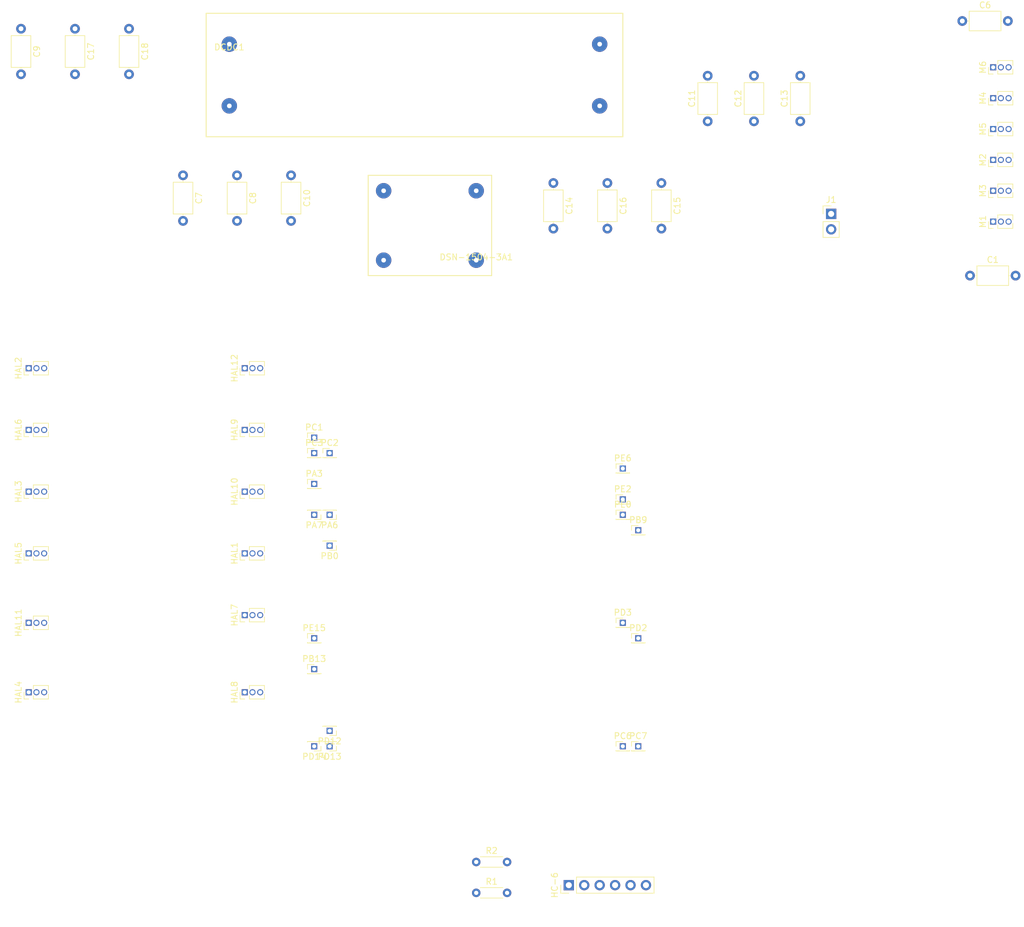
<source format=kicad_pcb>
(kicad_pcb (version 4) (host pcbnew 4.0.7)

  (general
    (links 68)
    (no_connects 68)
    (area 0 0 0 0)
    (thickness 1.6)
    (drawings 0)
    (tracks 0)
    (zones 0)
    (modules 58)
    (nets 26)
  )

  (page A4)
  (layers
    (0 F.Cu signal)
    (31 B.Cu signal)
    (32 B.Adhes user)
    (33 F.Adhes user)
    (34 B.Paste user)
    (35 F.Paste user)
    (36 B.SilkS user)
    (37 F.SilkS user)
    (38 B.Mask user)
    (39 F.Mask user)
    (40 Dwgs.User user)
    (41 Cmts.User user)
    (42 Eco1.User user)
    (43 Eco2.User user)
    (44 Edge.Cuts user)
    (45 Margin user)
    (46 B.CrtYd user)
    (47 F.CrtYd user)
    (48 B.Fab user)
    (49 F.Fab user)
  )

  (setup
    (last_trace_width 0.25)
    (trace_clearance 0.2)
    (zone_clearance 0.508)
    (zone_45_only no)
    (trace_min 0.2)
    (segment_width 0.2)
    (edge_width 0.15)
    (via_size 0.6)
    (via_drill 0.4)
    (via_min_size 0.4)
    (via_min_drill 0.3)
    (uvia_size 0.3)
    (uvia_drill 0.1)
    (uvias_allowed no)
    (uvia_min_size 0.2)
    (uvia_min_drill 0.1)
    (pcb_text_width 0.3)
    (pcb_text_size 1.5 1.5)
    (mod_edge_width 0.15)
    (mod_text_size 1 1)
    (mod_text_width 0.15)
    (pad_size 1.524 1.524)
    (pad_drill 0.762)
    (pad_to_mask_clearance 0.2)
    (aux_axis_origin 0 0)
    (visible_elements FFFEFF7F)
    (pcbplotparams
      (layerselection 0x00030_80000001)
      (usegerberextensions false)
      (excludeedgelayer true)
      (linewidth 0.100000)
      (plotframeref false)
      (viasonmask false)
      (mode 1)
      (useauxorigin false)
      (hpglpennumber 1)
      (hpglpenspeed 20)
      (hpglpendiameter 15)
      (hpglpenoverlay 2)
      (psnegative false)
      (psa4output false)
      (plotreference true)
      (plotvalue true)
      (plotinvisibletext false)
      (padsonsilk false)
      (subtractmaskfromsilk false)
      (outputformat 1)
      (mirror false)
      (drillshape 1)
      (scaleselection 1)
      (outputdirectory ""))
  )

  (net 0 "")
  (net 1 "Net-(C1-Pad1)")
  (net 2 GND)
  (net 3 +BATT)
  (net 4 -BATT)
  (net 5 "Net-(C14-Pad1)")
  (net 6 "Net-(HAL1-Pad3)")
  (net 7 "Net-(HAL2-Pad3)")
  (net 8 "Net-(HAL3-Pad3)")
  (net 9 "Net-(HAL4-Pad3)")
  (net 10 "Net-(HAL5-Pad3)")
  (net 11 "Net-(HAL6-Pad3)")
  (net 12 "Net-(HAL7-Pad3)")
  (net 13 "Net-(HAL8-Pad3)")
  (net 14 "Net-(HAL9-Pad3)")
  (net 15 "Net-(HAL10-Pad3)")
  (net 16 "Net-(HAL11-Pad3)")
  (net 17 "Net-(HAL12-Pad3)")
  (net 18 "Net-(M1-Pad1)")
  (net 19 "Net-(M2-Pad1)")
  (net 20 "Net-(M3-Pad1)")
  (net 21 "Net-(M4-Pad1)")
  (net 22 "Net-(M5-Pad1)")
  (net 23 "Net-(M6-Pad1)")
  (net 24 "Net-(HC-6-Pad~)")
  (net 25 "Net-(PC6-Pad~)")

  (net_class Default "This is the default net class."
    (clearance 0.2)
    (trace_width 0.25)
    (via_dia 0.6)
    (via_drill 0.4)
    (uvia_dia 0.3)
    (uvia_drill 0.1)
    (add_net +BATT)
    (add_net -BATT)
    (add_net GND)
    (add_net "Net-(C1-Pad1)")
    (add_net "Net-(C14-Pad1)")
    (add_net "Net-(HAL1-Pad3)")
    (add_net "Net-(HAL10-Pad3)")
    (add_net "Net-(HAL11-Pad3)")
    (add_net "Net-(HAL12-Pad3)")
    (add_net "Net-(HAL2-Pad3)")
    (add_net "Net-(HAL3-Pad3)")
    (add_net "Net-(HAL4-Pad3)")
    (add_net "Net-(HAL5-Pad3)")
    (add_net "Net-(HAL6-Pad3)")
    (add_net "Net-(HAL7-Pad3)")
    (add_net "Net-(HAL8-Pad3)")
    (add_net "Net-(HAL9-Pad3)")
    (add_net "Net-(HC-6-Pad~)")
    (add_net "Net-(M1-Pad1)")
    (add_net "Net-(M2-Pad1)")
    (add_net "Net-(M3-Pad1)")
    (add_net "Net-(M4-Pad1)")
    (add_net "Net-(M5-Pad1)")
    (add_net "Net-(M6-Pad1)")
    (add_net "Net-(PC6-Pad~)")
  )

  (module rhex:DCDC-6010-M (layer F.Cu) (tedit 5BFFE556) (tstamp 5BFFED1F)
    (at 95.25 27.94)
    (path /5BF48264)
    (fp_text reference DCDC1 (at 0 0.5) (layer F.SilkS)
      (effects (font (size 1 1) (thickness 0.15)))
    )
    (fp_text value DCDC-6010-M (at 0 -0.5) (layer F.Fab)
      (effects (font (size 1 1) (thickness 0.15)))
    )
    (fp_line (start -3.81 -5.08) (end -3.81 15.24) (layer F.SilkS) (width 0.15))
    (fp_line (start -3.81 15.24) (end 64.77 15.24) (layer F.SilkS) (width 0.15))
    (fp_line (start 64.77 15.24) (end 64.77 -5.08) (layer F.SilkS) (width 0.15))
    (fp_line (start 64.77 -5.08) (end -3.81 -5.08) (layer F.SilkS) (width 0.15))
    (pad 1 thru_hole circle (at 0 0) (size 2.54 2.54) (drill 0.762) (layers *.Cu *.Mask)
      (net 3 +BATT))
    (pad 2 thru_hole circle (at 60.96 0) (size 2.54 2.54) (drill 0.762) (layers *.Cu *.Mask)
      (net 4 -BATT))
    (pad 3 thru_hole circle (at 60.96 10.16) (size 2.54 2.54) (drill 0.762) (layers *.Cu *.Mask)
      (net 1 "Net-(C1-Pad1)"))
    (pad 4 thru_hole circle (at 0 10.16) (size 2.54 2.54) (drill 0.762) (layers *.Cu *.Mask)
      (net 2 GND))
  )

  (module Pin_Headers:Pin_Header_Straight_1x06_Pitch2.54mm (layer F.Cu) (tedit 59650532) (tstamp 5BFFED85)
    (at 151.13 166.37 90)
    (descr "Through hole straight pin header, 1x06, 2.54mm pitch, single row")
    (tags "Through hole pin header THT 1x06 2.54mm single row")
    (path /5BFAA134)
    (fp_text reference HC-6 (at 0 -2.33 90) (layer F.SilkS)
      (effects (font (size 1 1) (thickness 0.15)))
    )
    (fp_text value HC-06-bluetooth (at 0 15.03 90) (layer F.Fab)
      (effects (font (size 1 1) (thickness 0.15)))
    )
    (fp_line (start -0.635 -1.27) (end 1.27 -1.27) (layer F.Fab) (width 0.1))
    (fp_line (start 1.27 -1.27) (end 1.27 13.97) (layer F.Fab) (width 0.1))
    (fp_line (start 1.27 13.97) (end -1.27 13.97) (layer F.Fab) (width 0.1))
    (fp_line (start -1.27 13.97) (end -1.27 -0.635) (layer F.Fab) (width 0.1))
    (fp_line (start -1.27 -0.635) (end -0.635 -1.27) (layer F.Fab) (width 0.1))
    (fp_line (start -1.33 14.03) (end 1.33 14.03) (layer F.SilkS) (width 0.12))
    (fp_line (start -1.33 1.27) (end -1.33 14.03) (layer F.SilkS) (width 0.12))
    (fp_line (start 1.33 1.27) (end 1.33 14.03) (layer F.SilkS) (width 0.12))
    (fp_line (start -1.33 1.27) (end 1.33 1.27) (layer F.SilkS) (width 0.12))
    (fp_line (start -1.33 0) (end -1.33 -1.33) (layer F.SilkS) (width 0.12))
    (fp_line (start -1.33 -1.33) (end 0 -1.33) (layer F.SilkS) (width 0.12))
    (fp_line (start -1.8 -1.8) (end -1.8 14.5) (layer F.CrtYd) (width 0.05))
    (fp_line (start -1.8 14.5) (end 1.8 14.5) (layer F.CrtYd) (width 0.05))
    (fp_line (start 1.8 14.5) (end 1.8 -1.8) (layer F.CrtYd) (width 0.05))
    (fp_line (start 1.8 -1.8) (end -1.8 -1.8) (layer F.CrtYd) (width 0.05))
    (fp_text user %R (at 0 6.35 180) (layer F.Fab)
      (effects (font (size 1 1) (thickness 0.15)))
    )
    (pad 1 thru_hole rect (at 0 0 90) (size 1.7 1.7) (drill 1) (layers *.Cu *.Mask))
    (pad 2 thru_hole oval (at 0 2.54 90) (size 1.7 1.7) (drill 1) (layers *.Cu *.Mask))
    (pad 3 thru_hole oval (at 0 5.08 90) (size 1.7 1.7) (drill 1) (layers *.Cu *.Mask))
    (pad 4 thru_hole oval (at 0 7.62 90) (size 1.7 1.7) (drill 1) (layers *.Cu *.Mask))
    (pad 5 thru_hole oval (at 0 10.16 90) (size 1.7 1.7) (drill 1) (layers *.Cu *.Mask))
    (pad 6 thru_hole oval (at 0 12.7 90) (size 1.7 1.7) (drill 1) (layers *.Cu *.Mask))
    (model ${KISYS3DMOD}/Pin_Headers.3dshapes/Pin_Header_Straight_1x06_Pitch2.54mm.wrl
      (at (xyz 0 0 0))
      (scale (xyz 1 1 1))
      (rotate (xyz 0 0 0))
    )
  )

  (module Pin_Headers:Pin_Header_Straight_1x02_Pitch2.54mm (layer F.Cu) (tedit 59650532) (tstamp 5BFFED8B)
    (at 194.31 55.88)
    (descr "Through hole straight pin header, 1x02, 2.54mm pitch, single row")
    (tags "Through hole pin header THT 1x02 2.54mm single row")
    (path /5BFC494F)
    (fp_text reference J1 (at 0 -2.33) (layer F.SilkS)
      (effects (font (size 1 1) (thickness 0.15)))
    )
    (fp_text value "MCU power" (at 0 4.87) (layer F.Fab)
      (effects (font (size 1 1) (thickness 0.15)))
    )
    (fp_line (start -0.635 -1.27) (end 1.27 -1.27) (layer F.Fab) (width 0.1))
    (fp_line (start 1.27 -1.27) (end 1.27 3.81) (layer F.Fab) (width 0.1))
    (fp_line (start 1.27 3.81) (end -1.27 3.81) (layer F.Fab) (width 0.1))
    (fp_line (start -1.27 3.81) (end -1.27 -0.635) (layer F.Fab) (width 0.1))
    (fp_line (start -1.27 -0.635) (end -0.635 -1.27) (layer F.Fab) (width 0.1))
    (fp_line (start -1.33 3.87) (end 1.33 3.87) (layer F.SilkS) (width 0.12))
    (fp_line (start -1.33 1.27) (end -1.33 3.87) (layer F.SilkS) (width 0.12))
    (fp_line (start 1.33 1.27) (end 1.33 3.87) (layer F.SilkS) (width 0.12))
    (fp_line (start -1.33 1.27) (end 1.33 1.27) (layer F.SilkS) (width 0.12))
    (fp_line (start -1.33 0) (end -1.33 -1.33) (layer F.SilkS) (width 0.12))
    (fp_line (start -1.33 -1.33) (end 0 -1.33) (layer F.SilkS) (width 0.12))
    (fp_line (start -1.8 -1.8) (end -1.8 4.35) (layer F.CrtYd) (width 0.05))
    (fp_line (start -1.8 4.35) (end 1.8 4.35) (layer F.CrtYd) (width 0.05))
    (fp_line (start 1.8 4.35) (end 1.8 -1.8) (layer F.CrtYd) (width 0.05))
    (fp_line (start 1.8 -1.8) (end -1.8 -1.8) (layer F.CrtYd) (width 0.05))
    (fp_text user %R (at 0 1.27 90) (layer F.Fab)
      (effects (font (size 1 1) (thickness 0.15)))
    )
    (pad 1 thru_hole rect (at 0 0) (size 1.7 1.7) (drill 1) (layers *.Cu *.Mask)
      (net 5 "Net-(C14-Pad1)"))
    (pad 2 thru_hole oval (at 0 2.54) (size 1.7 1.7) (drill 1) (layers *.Cu *.Mask)
      (net 2 GND))
    (model ${KISYS3DMOD}/Pin_Headers.3dshapes/Pin_Header_Straight_1x02_Pitch2.54mm.wrl
      (at (xyz 0 0 0))
      (scale (xyz 1 1 1))
      (rotate (xyz 0 0 0))
    )
  )

  (module Resistors_THT:R_Axial_DIN0204_L3.6mm_D1.6mm_P5.08mm_Horizontal (layer F.Cu) (tedit 5874F706) (tstamp 5BFFEE1F)
    (at 135.89 167.64)
    (descr "Resistor, Axial_DIN0204 series, Axial, Horizontal, pin pitch=5.08mm, 0.16666666666666666W = 1/6W, length*diameter=3.6*1.6mm^2, http://cdn-reichelt.de/documents/datenblatt/B400/1_4W%23YAG.pdf")
    (tags "Resistor Axial_DIN0204 series Axial Horizontal pin pitch 5.08mm 0.16666666666666666W = 1/6W length 3.6mm diameter 1.6mm")
    (path /5BFB6429)
    (fp_text reference R1 (at 2.54 -1.86) (layer F.SilkS)
      (effects (font (size 1 1) (thickness 0.15)))
    )
    (fp_text value 10k (at 2.54 1.86) (layer F.Fab)
      (effects (font (size 1 1) (thickness 0.15)))
    )
    (fp_line (start 0.74 -0.8) (end 0.74 0.8) (layer F.Fab) (width 0.1))
    (fp_line (start 0.74 0.8) (end 4.34 0.8) (layer F.Fab) (width 0.1))
    (fp_line (start 4.34 0.8) (end 4.34 -0.8) (layer F.Fab) (width 0.1))
    (fp_line (start 4.34 -0.8) (end 0.74 -0.8) (layer F.Fab) (width 0.1))
    (fp_line (start 0 0) (end 0.74 0) (layer F.Fab) (width 0.1))
    (fp_line (start 5.08 0) (end 4.34 0) (layer F.Fab) (width 0.1))
    (fp_line (start 0.68 -0.86) (end 4.4 -0.86) (layer F.SilkS) (width 0.12))
    (fp_line (start 0.68 0.86) (end 4.4 0.86) (layer F.SilkS) (width 0.12))
    (fp_line (start -0.95 -1.15) (end -0.95 1.15) (layer F.CrtYd) (width 0.05))
    (fp_line (start -0.95 1.15) (end 6.05 1.15) (layer F.CrtYd) (width 0.05))
    (fp_line (start 6.05 1.15) (end 6.05 -1.15) (layer F.CrtYd) (width 0.05))
    (fp_line (start 6.05 -1.15) (end -0.95 -1.15) (layer F.CrtYd) (width 0.05))
    (pad 1 thru_hole circle (at 0 0) (size 1.4 1.4) (drill 0.7) (layers *.Cu *.Mask)
      (net 24 "Net-(HC-6-Pad~)"))
    (pad 2 thru_hole oval (at 5.08 0) (size 1.4 1.4) (drill 0.7) (layers *.Cu *.Mask)
      (net 25 "Net-(PC6-Pad~)"))
    (model ${KISYS3DMOD}/Resistors_THT.3dshapes/R_Axial_DIN0204_L3.6mm_D1.6mm_P5.08mm_Horizontal.wrl
      (at (xyz 0 0 0))
      (scale (xyz 0.393701 0.393701 0.393701))
      (rotate (xyz 0 0 0))
    )
  )

  (module Resistors_THT:R_Axial_DIN0204_L3.6mm_D1.6mm_P5.08mm_Horizontal (layer F.Cu) (tedit 5874F706) (tstamp 5BFFEE25)
    (at 135.89 162.56)
    (descr "Resistor, Axial_DIN0204 series, Axial, Horizontal, pin pitch=5.08mm, 0.16666666666666666W = 1/6W, length*diameter=3.6*1.6mm^2, http://cdn-reichelt.de/documents/datenblatt/B400/1_4W%23YAG.pdf")
    (tags "Resistor Axial_DIN0204 series Axial Horizontal pin pitch 5.08mm 0.16666666666666666W = 1/6W length 3.6mm diameter 1.6mm")
    (path /5BFB6506)
    (fp_text reference R2 (at 2.54 -1.86) (layer F.SilkS)
      (effects (font (size 1 1) (thickness 0.15)))
    )
    (fp_text value 20k (at 2.54 1.86) (layer F.Fab)
      (effects (font (size 1 1) (thickness 0.15)))
    )
    (fp_line (start 0.74 -0.8) (end 0.74 0.8) (layer F.Fab) (width 0.1))
    (fp_line (start 0.74 0.8) (end 4.34 0.8) (layer F.Fab) (width 0.1))
    (fp_line (start 4.34 0.8) (end 4.34 -0.8) (layer F.Fab) (width 0.1))
    (fp_line (start 4.34 -0.8) (end 0.74 -0.8) (layer F.Fab) (width 0.1))
    (fp_line (start 0 0) (end 0.74 0) (layer F.Fab) (width 0.1))
    (fp_line (start 5.08 0) (end 4.34 0) (layer F.Fab) (width 0.1))
    (fp_line (start 0.68 -0.86) (end 4.4 -0.86) (layer F.SilkS) (width 0.12))
    (fp_line (start 0.68 0.86) (end 4.4 0.86) (layer F.SilkS) (width 0.12))
    (fp_line (start -0.95 -1.15) (end -0.95 1.15) (layer F.CrtYd) (width 0.05))
    (fp_line (start -0.95 1.15) (end 6.05 1.15) (layer F.CrtYd) (width 0.05))
    (fp_line (start 6.05 1.15) (end 6.05 -1.15) (layer F.CrtYd) (width 0.05))
    (fp_line (start 6.05 -1.15) (end -0.95 -1.15) (layer F.CrtYd) (width 0.05))
    (pad 1 thru_hole circle (at 0 0) (size 1.4 1.4) (drill 0.7) (layers *.Cu *.Mask)
      (net 2 GND))
    (pad 2 thru_hole oval (at 5.08 0) (size 1.4 1.4) (drill 0.7) (layers *.Cu *.Mask)
      (net 24 "Net-(HC-6-Pad~)"))
    (model ${KISYS3DMOD}/Resistors_THT.3dshapes/R_Axial_DIN0204_L3.6mm_D1.6mm_P5.08mm_Horizontal.wrl
      (at (xyz 0 0 0))
      (scale (xyz 0.393701 0.393701 0.393701))
      (rotate (xyz 0 0 0))
    )
  )

  (module Pin_Headers:Pin_Header_Straight_1x01_Pitch1.27mm (layer F.Cu) (tedit 59650535) (tstamp 5BFFEDEC)
    (at 162.56 143.51)
    (descr "Through hole straight pin header, 1x01, 1.27mm pitch, single row")
    (tags "Through hole pin header THT 1x01 1.27mm single row")
    (path /5BFB5AEA)
    (fp_text reference PC7 (at 0 -1.695) (layer F.SilkS)
      (effects (font (size 1 1) (thickness 0.15)))
    )
    (fp_text value GPIO_PIN (at 0 1.695) (layer F.Fab)
      (effects (font (size 1 1) (thickness 0.15)))
    )
    (fp_line (start -0.525 -0.635) (end 1.05 -0.635) (layer F.Fab) (width 0.1))
    (fp_line (start 1.05 -0.635) (end 1.05 0.635) (layer F.Fab) (width 0.1))
    (fp_line (start 1.05 0.635) (end -1.05 0.635) (layer F.Fab) (width 0.1))
    (fp_line (start -1.05 0.635) (end -1.05 -0.11) (layer F.Fab) (width 0.1))
    (fp_line (start -1.05 -0.11) (end -0.525 -0.635) (layer F.Fab) (width 0.1))
    (fp_line (start -1.11 0.76) (end 1.11 0.76) (layer F.SilkS) (width 0.12))
    (fp_line (start -1.11 0.76) (end -1.11 0.695) (layer F.SilkS) (width 0.12))
    (fp_line (start 1.11 0.76) (end 1.11 0.695) (layer F.SilkS) (width 0.12))
    (fp_line (start -1.11 0.76) (end -0.563471 0.76) (layer F.SilkS) (width 0.12))
    (fp_line (start 0.563471 0.76) (end 1.11 0.76) (layer F.SilkS) (width 0.12))
    (fp_line (start -1.11 0) (end -1.11 -0.76) (layer F.SilkS) (width 0.12))
    (fp_line (start -1.11 -0.76) (end 0 -0.76) (layer F.SilkS) (width 0.12))
    (fp_line (start -1.55 -1.15) (end -1.55 1.15) (layer F.CrtYd) (width 0.05))
    (fp_line (start -1.55 1.15) (end 1.55 1.15) (layer F.CrtYd) (width 0.05))
    (fp_line (start 1.55 1.15) (end 1.55 -1.15) (layer F.CrtYd) (width 0.05))
    (fp_line (start 1.55 -1.15) (end -1.55 -1.15) (layer F.CrtYd) (width 0.05))
    (fp_text user %R (at 0 0 90) (layer F.Fab)
      (effects (font (size 1 1) (thickness 0.15)))
    )
    (pad 1 thru_hole rect (at 0 0) (size 1 1) (drill 0.65) (layers *.Cu *.Mask))
    (model ${KISYS3DMOD}/Pin_Headers.3dshapes/Pin_Header_Straight_1x01_Pitch1.27mm.wrl
      (at (xyz 0 0 0))
      (scale (xyz 1 1 1))
      (rotate (xyz 0 0 0))
    )
  )

  (module Pin_Headers:Pin_Header_Straight_1x01_Pitch1.27mm (layer F.Cu) (tedit 59650535) (tstamp 5BFFEE19)
    (at 109.22 125.73)
    (descr "Through hole straight pin header, 1x01, 1.27mm pitch, single row")
    (tags "Through hole pin header THT 1x01 1.27mm single row")
    (path /5BFB542E)
    (fp_text reference PE15 (at 0 -1.695) (layer F.SilkS)
      (effects (font (size 1 1) (thickness 0.15)))
    )
    (fp_text value GPIO_PIN (at 0 1.695) (layer F.Fab)
      (effects (font (size 1 1) (thickness 0.15)))
    )
    (fp_line (start -0.525 -0.635) (end 1.05 -0.635) (layer F.Fab) (width 0.1))
    (fp_line (start 1.05 -0.635) (end 1.05 0.635) (layer F.Fab) (width 0.1))
    (fp_line (start 1.05 0.635) (end -1.05 0.635) (layer F.Fab) (width 0.1))
    (fp_line (start -1.05 0.635) (end -1.05 -0.11) (layer F.Fab) (width 0.1))
    (fp_line (start -1.05 -0.11) (end -0.525 -0.635) (layer F.Fab) (width 0.1))
    (fp_line (start -1.11 0.76) (end 1.11 0.76) (layer F.SilkS) (width 0.12))
    (fp_line (start -1.11 0.76) (end -1.11 0.695) (layer F.SilkS) (width 0.12))
    (fp_line (start 1.11 0.76) (end 1.11 0.695) (layer F.SilkS) (width 0.12))
    (fp_line (start -1.11 0.76) (end -0.563471 0.76) (layer F.SilkS) (width 0.12))
    (fp_line (start 0.563471 0.76) (end 1.11 0.76) (layer F.SilkS) (width 0.12))
    (fp_line (start -1.11 0) (end -1.11 -0.76) (layer F.SilkS) (width 0.12))
    (fp_line (start -1.11 -0.76) (end 0 -0.76) (layer F.SilkS) (width 0.12))
    (fp_line (start -1.55 -1.15) (end -1.55 1.15) (layer F.CrtYd) (width 0.05))
    (fp_line (start -1.55 1.15) (end 1.55 1.15) (layer F.CrtYd) (width 0.05))
    (fp_line (start 1.55 1.15) (end 1.55 -1.15) (layer F.CrtYd) (width 0.05))
    (fp_line (start 1.55 -1.15) (end -1.55 -1.15) (layer F.CrtYd) (width 0.05))
    (fp_text user %R (at 0 0 90) (layer F.Fab)
      (effects (font (size 1 1) (thickness 0.15)))
    )
    (pad 1 thru_hole rect (at 0 0) (size 1 1) (drill 0.65) (layers *.Cu *.Mask))
    (model ${KISYS3DMOD}/Pin_Headers.3dshapes/Pin_Header_Straight_1x01_Pitch1.27mm.wrl
      (at (xyz 0 0 0))
      (scale (xyz 1 1 1))
      (rotate (xyz 0 0 0))
    )
  )

  (module Pin_Headers:Pin_Header_Straight_1x01_Pitch1.27mm (layer F.Cu) (tedit 59650535) (tstamp 5BFFEE14)
    (at 160.02 97.79)
    (descr "Through hole straight pin header, 1x01, 1.27mm pitch, single row")
    (tags "Through hole pin header THT 1x01 1.27mm single row")
    (path /5BFB516C)
    (fp_text reference PE6 (at 0 -1.695) (layer F.SilkS)
      (effects (font (size 1 1) (thickness 0.15)))
    )
    (fp_text value GPIO_PIN (at 0 1.695) (layer F.Fab)
      (effects (font (size 1 1) (thickness 0.15)))
    )
    (fp_line (start -0.525 -0.635) (end 1.05 -0.635) (layer F.Fab) (width 0.1))
    (fp_line (start 1.05 -0.635) (end 1.05 0.635) (layer F.Fab) (width 0.1))
    (fp_line (start 1.05 0.635) (end -1.05 0.635) (layer F.Fab) (width 0.1))
    (fp_line (start -1.05 0.635) (end -1.05 -0.11) (layer F.Fab) (width 0.1))
    (fp_line (start -1.05 -0.11) (end -0.525 -0.635) (layer F.Fab) (width 0.1))
    (fp_line (start -1.11 0.76) (end 1.11 0.76) (layer F.SilkS) (width 0.12))
    (fp_line (start -1.11 0.76) (end -1.11 0.695) (layer F.SilkS) (width 0.12))
    (fp_line (start 1.11 0.76) (end 1.11 0.695) (layer F.SilkS) (width 0.12))
    (fp_line (start -1.11 0.76) (end -0.563471 0.76) (layer F.SilkS) (width 0.12))
    (fp_line (start 0.563471 0.76) (end 1.11 0.76) (layer F.SilkS) (width 0.12))
    (fp_line (start -1.11 0) (end -1.11 -0.76) (layer F.SilkS) (width 0.12))
    (fp_line (start -1.11 -0.76) (end 0 -0.76) (layer F.SilkS) (width 0.12))
    (fp_line (start -1.55 -1.15) (end -1.55 1.15) (layer F.CrtYd) (width 0.05))
    (fp_line (start -1.55 1.15) (end 1.55 1.15) (layer F.CrtYd) (width 0.05))
    (fp_line (start 1.55 1.15) (end 1.55 -1.15) (layer F.CrtYd) (width 0.05))
    (fp_line (start 1.55 -1.15) (end -1.55 -1.15) (layer F.CrtYd) (width 0.05))
    (fp_text user %R (at 0 0 90) (layer F.Fab)
      (effects (font (size 1 1) (thickness 0.15)))
    )
    (pad 1 thru_hole rect (at 0 0) (size 1 1) (drill 0.65) (layers *.Cu *.Mask))
    (model ${KISYS3DMOD}/Pin_Headers.3dshapes/Pin_Header_Straight_1x01_Pitch1.27mm.wrl
      (at (xyz 0 0 0))
      (scale (xyz 1 1 1))
      (rotate (xyz 0 0 0))
    )
  )

  (module Pin_Headers:Pin_Header_Straight_1x01_Pitch1.27mm (layer F.Cu) (tedit 59650535) (tstamp 5BFFEE0F)
    (at 160.02 102.87)
    (descr "Through hole straight pin header, 1x01, 1.27mm pitch, single row")
    (tags "Through hole pin header THT 1x01 1.27mm single row")
    (path /5BFB5219)
    (fp_text reference PE2 (at 0 -1.695) (layer F.SilkS)
      (effects (font (size 1 1) (thickness 0.15)))
    )
    (fp_text value GPIO_PIN (at 0 1.695) (layer F.Fab)
      (effects (font (size 1 1) (thickness 0.15)))
    )
    (fp_line (start -0.525 -0.635) (end 1.05 -0.635) (layer F.Fab) (width 0.1))
    (fp_line (start 1.05 -0.635) (end 1.05 0.635) (layer F.Fab) (width 0.1))
    (fp_line (start 1.05 0.635) (end -1.05 0.635) (layer F.Fab) (width 0.1))
    (fp_line (start -1.05 0.635) (end -1.05 -0.11) (layer F.Fab) (width 0.1))
    (fp_line (start -1.05 -0.11) (end -0.525 -0.635) (layer F.Fab) (width 0.1))
    (fp_line (start -1.11 0.76) (end 1.11 0.76) (layer F.SilkS) (width 0.12))
    (fp_line (start -1.11 0.76) (end -1.11 0.695) (layer F.SilkS) (width 0.12))
    (fp_line (start 1.11 0.76) (end 1.11 0.695) (layer F.SilkS) (width 0.12))
    (fp_line (start -1.11 0.76) (end -0.563471 0.76) (layer F.SilkS) (width 0.12))
    (fp_line (start 0.563471 0.76) (end 1.11 0.76) (layer F.SilkS) (width 0.12))
    (fp_line (start -1.11 0) (end -1.11 -0.76) (layer F.SilkS) (width 0.12))
    (fp_line (start -1.11 -0.76) (end 0 -0.76) (layer F.SilkS) (width 0.12))
    (fp_line (start -1.55 -1.15) (end -1.55 1.15) (layer F.CrtYd) (width 0.05))
    (fp_line (start -1.55 1.15) (end 1.55 1.15) (layer F.CrtYd) (width 0.05))
    (fp_line (start 1.55 1.15) (end 1.55 -1.15) (layer F.CrtYd) (width 0.05))
    (fp_line (start 1.55 -1.15) (end -1.55 -1.15) (layer F.CrtYd) (width 0.05))
    (fp_text user %R (at 0 0 90) (layer F.Fab)
      (effects (font (size 1 1) (thickness 0.15)))
    )
    (pad 1 thru_hole rect (at 0 0) (size 1 1) (drill 0.65) (layers *.Cu *.Mask))
    (model ${KISYS3DMOD}/Pin_Headers.3dshapes/Pin_Header_Straight_1x01_Pitch1.27mm.wrl
      (at (xyz 0 0 0))
      (scale (xyz 1 1 1))
      (rotate (xyz 0 0 0))
    )
  )

  (module Pin_Headers:Pin_Header_Straight_1x01_Pitch1.27mm (layer F.Cu) (tedit 59650535) (tstamp 5BFFEE0A)
    (at 160.02 105.41)
    (descr "Through hole straight pin header, 1x01, 1.27mm pitch, single row")
    (tags "Through hole pin header THT 1x01 1.27mm single row")
    (path /5BFB4A77)
    (fp_text reference PE0 (at 0 -1.695) (layer F.SilkS)
      (effects (font (size 1 1) (thickness 0.15)))
    )
    (fp_text value GPIO_PIN (at 0 1.695) (layer F.Fab)
      (effects (font (size 1 1) (thickness 0.15)))
    )
    (fp_line (start -0.525 -0.635) (end 1.05 -0.635) (layer F.Fab) (width 0.1))
    (fp_line (start 1.05 -0.635) (end 1.05 0.635) (layer F.Fab) (width 0.1))
    (fp_line (start 1.05 0.635) (end -1.05 0.635) (layer F.Fab) (width 0.1))
    (fp_line (start -1.05 0.635) (end -1.05 -0.11) (layer F.Fab) (width 0.1))
    (fp_line (start -1.05 -0.11) (end -0.525 -0.635) (layer F.Fab) (width 0.1))
    (fp_line (start -1.11 0.76) (end 1.11 0.76) (layer F.SilkS) (width 0.12))
    (fp_line (start -1.11 0.76) (end -1.11 0.695) (layer F.SilkS) (width 0.12))
    (fp_line (start 1.11 0.76) (end 1.11 0.695) (layer F.SilkS) (width 0.12))
    (fp_line (start -1.11 0.76) (end -0.563471 0.76) (layer F.SilkS) (width 0.12))
    (fp_line (start 0.563471 0.76) (end 1.11 0.76) (layer F.SilkS) (width 0.12))
    (fp_line (start -1.11 0) (end -1.11 -0.76) (layer F.SilkS) (width 0.12))
    (fp_line (start -1.11 -0.76) (end 0 -0.76) (layer F.SilkS) (width 0.12))
    (fp_line (start -1.55 -1.15) (end -1.55 1.15) (layer F.CrtYd) (width 0.05))
    (fp_line (start -1.55 1.15) (end 1.55 1.15) (layer F.CrtYd) (width 0.05))
    (fp_line (start 1.55 1.15) (end 1.55 -1.15) (layer F.CrtYd) (width 0.05))
    (fp_line (start 1.55 -1.15) (end -1.55 -1.15) (layer F.CrtYd) (width 0.05))
    (fp_text user %R (at 0 0 90) (layer F.Fab)
      (effects (font (size 1 1) (thickness 0.15)))
    )
    (pad 1 thru_hole rect (at 0 0) (size 1 1) (drill 0.65) (layers *.Cu *.Mask))
    (model ${KISYS3DMOD}/Pin_Headers.3dshapes/Pin_Header_Straight_1x01_Pitch1.27mm.wrl
      (at (xyz 0 0 0))
      (scale (xyz 1 1 1))
      (rotate (xyz 0 0 0))
    )
  )

  (module Pin_Headers:Pin_Header_Straight_1x01_Pitch1.27mm (layer F.Cu) (tedit 59650535) (tstamp 5BFFEE05)
    (at 109.22 143.51 180)
    (descr "Through hole straight pin header, 1x01, 1.27mm pitch, single row")
    (tags "Through hole pin header THT 1x01 1.27mm single row")
    (path /5BFB4902)
    (fp_text reference PD14 (at 0 -1.695 180) (layer F.SilkS)
      (effects (font (size 1 1) (thickness 0.15)))
    )
    (fp_text value GPIO_PIN (at 0 1.695 180) (layer F.Fab)
      (effects (font (size 1 1) (thickness 0.15)))
    )
    (fp_line (start -0.525 -0.635) (end 1.05 -0.635) (layer F.Fab) (width 0.1))
    (fp_line (start 1.05 -0.635) (end 1.05 0.635) (layer F.Fab) (width 0.1))
    (fp_line (start 1.05 0.635) (end -1.05 0.635) (layer F.Fab) (width 0.1))
    (fp_line (start -1.05 0.635) (end -1.05 -0.11) (layer F.Fab) (width 0.1))
    (fp_line (start -1.05 -0.11) (end -0.525 -0.635) (layer F.Fab) (width 0.1))
    (fp_line (start -1.11 0.76) (end 1.11 0.76) (layer F.SilkS) (width 0.12))
    (fp_line (start -1.11 0.76) (end -1.11 0.695) (layer F.SilkS) (width 0.12))
    (fp_line (start 1.11 0.76) (end 1.11 0.695) (layer F.SilkS) (width 0.12))
    (fp_line (start -1.11 0.76) (end -0.563471 0.76) (layer F.SilkS) (width 0.12))
    (fp_line (start 0.563471 0.76) (end 1.11 0.76) (layer F.SilkS) (width 0.12))
    (fp_line (start -1.11 0) (end -1.11 -0.76) (layer F.SilkS) (width 0.12))
    (fp_line (start -1.11 -0.76) (end 0 -0.76) (layer F.SilkS) (width 0.12))
    (fp_line (start -1.55 -1.15) (end -1.55 1.15) (layer F.CrtYd) (width 0.05))
    (fp_line (start -1.55 1.15) (end 1.55 1.15) (layer F.CrtYd) (width 0.05))
    (fp_line (start 1.55 1.15) (end 1.55 -1.15) (layer F.CrtYd) (width 0.05))
    (fp_line (start 1.55 -1.15) (end -1.55 -1.15) (layer F.CrtYd) (width 0.05))
    (fp_text user %R (at 0 0 270) (layer F.Fab)
      (effects (font (size 1 1) (thickness 0.15)))
    )
    (pad 1 thru_hole rect (at 0 0 180) (size 1 1) (drill 0.65) (layers *.Cu *.Mask))
    (model ${KISYS3DMOD}/Pin_Headers.3dshapes/Pin_Header_Straight_1x01_Pitch1.27mm.wrl
      (at (xyz 0 0 0))
      (scale (xyz 1 1 1))
      (rotate (xyz 0 0 0))
    )
  )

  (module Pin_Headers:Pin_Header_Straight_1x01_Pitch1.27mm (layer F.Cu) (tedit 59650535) (tstamp 5BFFEE00)
    (at 111.76 143.51 180)
    (descr "Through hole straight pin header, 1x01, 1.27mm pitch, single row")
    (tags "Through hole pin header THT 1x01 1.27mm single row")
    (path /5BFB486A)
    (fp_text reference PD13 (at 0 -1.695 180) (layer F.SilkS)
      (effects (font (size 1 1) (thickness 0.15)))
    )
    (fp_text value GPIO_PIN (at 0 1.695 180) (layer F.Fab)
      (effects (font (size 1 1) (thickness 0.15)))
    )
    (fp_line (start -0.525 -0.635) (end 1.05 -0.635) (layer F.Fab) (width 0.1))
    (fp_line (start 1.05 -0.635) (end 1.05 0.635) (layer F.Fab) (width 0.1))
    (fp_line (start 1.05 0.635) (end -1.05 0.635) (layer F.Fab) (width 0.1))
    (fp_line (start -1.05 0.635) (end -1.05 -0.11) (layer F.Fab) (width 0.1))
    (fp_line (start -1.05 -0.11) (end -0.525 -0.635) (layer F.Fab) (width 0.1))
    (fp_line (start -1.11 0.76) (end 1.11 0.76) (layer F.SilkS) (width 0.12))
    (fp_line (start -1.11 0.76) (end -1.11 0.695) (layer F.SilkS) (width 0.12))
    (fp_line (start 1.11 0.76) (end 1.11 0.695) (layer F.SilkS) (width 0.12))
    (fp_line (start -1.11 0.76) (end -0.563471 0.76) (layer F.SilkS) (width 0.12))
    (fp_line (start 0.563471 0.76) (end 1.11 0.76) (layer F.SilkS) (width 0.12))
    (fp_line (start -1.11 0) (end -1.11 -0.76) (layer F.SilkS) (width 0.12))
    (fp_line (start -1.11 -0.76) (end 0 -0.76) (layer F.SilkS) (width 0.12))
    (fp_line (start -1.55 -1.15) (end -1.55 1.15) (layer F.CrtYd) (width 0.05))
    (fp_line (start -1.55 1.15) (end 1.55 1.15) (layer F.CrtYd) (width 0.05))
    (fp_line (start 1.55 1.15) (end 1.55 -1.15) (layer F.CrtYd) (width 0.05))
    (fp_line (start 1.55 -1.15) (end -1.55 -1.15) (layer F.CrtYd) (width 0.05))
    (fp_text user %R (at 0 0 270) (layer F.Fab)
      (effects (font (size 1 1) (thickness 0.15)))
    )
    (pad 1 thru_hole rect (at 0 0 180) (size 1 1) (drill 0.65) (layers *.Cu *.Mask))
    (model ${KISYS3DMOD}/Pin_Headers.3dshapes/Pin_Header_Straight_1x01_Pitch1.27mm.wrl
      (at (xyz 0 0 0))
      (scale (xyz 1 1 1))
      (rotate (xyz 0 0 0))
    )
  )

  (module Pin_Headers:Pin_Header_Straight_1x01_Pitch1.27mm (layer F.Cu) (tedit 59650535) (tstamp 5BFFEDFB)
    (at 111.76 140.97 180)
    (descr "Through hole straight pin header, 1x01, 1.27mm pitch, single row")
    (tags "Through hole pin header THT 1x01 1.27mm single row")
    (path /5BFB4736)
    (fp_text reference PD12 (at 0 -1.695 180) (layer F.SilkS)
      (effects (font (size 1 1) (thickness 0.15)))
    )
    (fp_text value GPIO_PIN (at 0 1.695 180) (layer F.Fab)
      (effects (font (size 1 1) (thickness 0.15)))
    )
    (fp_line (start -0.525 -0.635) (end 1.05 -0.635) (layer F.Fab) (width 0.1))
    (fp_line (start 1.05 -0.635) (end 1.05 0.635) (layer F.Fab) (width 0.1))
    (fp_line (start 1.05 0.635) (end -1.05 0.635) (layer F.Fab) (width 0.1))
    (fp_line (start -1.05 0.635) (end -1.05 -0.11) (layer F.Fab) (width 0.1))
    (fp_line (start -1.05 -0.11) (end -0.525 -0.635) (layer F.Fab) (width 0.1))
    (fp_line (start -1.11 0.76) (end 1.11 0.76) (layer F.SilkS) (width 0.12))
    (fp_line (start -1.11 0.76) (end -1.11 0.695) (layer F.SilkS) (width 0.12))
    (fp_line (start 1.11 0.76) (end 1.11 0.695) (layer F.SilkS) (width 0.12))
    (fp_line (start -1.11 0.76) (end -0.563471 0.76) (layer F.SilkS) (width 0.12))
    (fp_line (start 0.563471 0.76) (end 1.11 0.76) (layer F.SilkS) (width 0.12))
    (fp_line (start -1.11 0) (end -1.11 -0.76) (layer F.SilkS) (width 0.12))
    (fp_line (start -1.11 -0.76) (end 0 -0.76) (layer F.SilkS) (width 0.12))
    (fp_line (start -1.55 -1.15) (end -1.55 1.15) (layer F.CrtYd) (width 0.05))
    (fp_line (start -1.55 1.15) (end 1.55 1.15) (layer F.CrtYd) (width 0.05))
    (fp_line (start 1.55 1.15) (end 1.55 -1.15) (layer F.CrtYd) (width 0.05))
    (fp_line (start 1.55 -1.15) (end -1.55 -1.15) (layer F.CrtYd) (width 0.05))
    (fp_text user %R (at 0 0 270) (layer F.Fab)
      (effects (font (size 1 1) (thickness 0.15)))
    )
    (pad 1 thru_hole rect (at 0 0 180) (size 1 1) (drill 0.65) (layers *.Cu *.Mask))
    (model ${KISYS3DMOD}/Pin_Headers.3dshapes/Pin_Header_Straight_1x01_Pitch1.27mm.wrl
      (at (xyz 0 0 0))
      (scale (xyz 1 1 1))
      (rotate (xyz 0 0 0))
    )
  )

  (module Pin_Headers:Pin_Header_Straight_1x01_Pitch1.27mm (layer F.Cu) (tedit 59650535) (tstamp 5BFFEDF6)
    (at 160.02 123.19)
    (descr "Through hole straight pin header, 1x01, 1.27mm pitch, single row")
    (tags "Through hole pin header THT 1x01 1.27mm single row")
    (path /5BFB4CC7)
    (fp_text reference PD3 (at 0 -1.695) (layer F.SilkS)
      (effects (font (size 1 1) (thickness 0.15)))
    )
    (fp_text value GPIO_PIN (at 0 1.695) (layer F.Fab)
      (effects (font (size 1 1) (thickness 0.15)))
    )
    (fp_line (start -0.525 -0.635) (end 1.05 -0.635) (layer F.Fab) (width 0.1))
    (fp_line (start 1.05 -0.635) (end 1.05 0.635) (layer F.Fab) (width 0.1))
    (fp_line (start 1.05 0.635) (end -1.05 0.635) (layer F.Fab) (width 0.1))
    (fp_line (start -1.05 0.635) (end -1.05 -0.11) (layer F.Fab) (width 0.1))
    (fp_line (start -1.05 -0.11) (end -0.525 -0.635) (layer F.Fab) (width 0.1))
    (fp_line (start -1.11 0.76) (end 1.11 0.76) (layer F.SilkS) (width 0.12))
    (fp_line (start -1.11 0.76) (end -1.11 0.695) (layer F.SilkS) (width 0.12))
    (fp_line (start 1.11 0.76) (end 1.11 0.695) (layer F.SilkS) (width 0.12))
    (fp_line (start -1.11 0.76) (end -0.563471 0.76) (layer F.SilkS) (width 0.12))
    (fp_line (start 0.563471 0.76) (end 1.11 0.76) (layer F.SilkS) (width 0.12))
    (fp_line (start -1.11 0) (end -1.11 -0.76) (layer F.SilkS) (width 0.12))
    (fp_line (start -1.11 -0.76) (end 0 -0.76) (layer F.SilkS) (width 0.12))
    (fp_line (start -1.55 -1.15) (end -1.55 1.15) (layer F.CrtYd) (width 0.05))
    (fp_line (start -1.55 1.15) (end 1.55 1.15) (layer F.CrtYd) (width 0.05))
    (fp_line (start 1.55 1.15) (end 1.55 -1.15) (layer F.CrtYd) (width 0.05))
    (fp_line (start 1.55 -1.15) (end -1.55 -1.15) (layer F.CrtYd) (width 0.05))
    (fp_text user %R (at 0 0 90) (layer F.Fab)
      (effects (font (size 1 1) (thickness 0.15)))
    )
    (pad 1 thru_hole rect (at 0 0) (size 1 1) (drill 0.65) (layers *.Cu *.Mask))
    (model ${KISYS3DMOD}/Pin_Headers.3dshapes/Pin_Header_Straight_1x01_Pitch1.27mm.wrl
      (at (xyz 0 0 0))
      (scale (xyz 1 1 1))
      (rotate (xyz 0 0 0))
    )
  )

  (module Pin_Headers:Pin_Header_Straight_1x01_Pitch1.27mm (layer F.Cu) (tedit 59650535) (tstamp 5BFFEDF1)
    (at 162.56 125.73)
    (descr "Through hole straight pin header, 1x01, 1.27mm pitch, single row")
    (tags "Through hole pin header THT 1x01 1.27mm single row")
    (path /5BFB55ED)
    (fp_text reference PD2 (at 0 -1.695) (layer F.SilkS)
      (effects (font (size 1 1) (thickness 0.15)))
    )
    (fp_text value GPIO_PIN (at 0 1.695) (layer F.Fab)
      (effects (font (size 1 1) (thickness 0.15)))
    )
    (fp_line (start -0.525 -0.635) (end 1.05 -0.635) (layer F.Fab) (width 0.1))
    (fp_line (start 1.05 -0.635) (end 1.05 0.635) (layer F.Fab) (width 0.1))
    (fp_line (start 1.05 0.635) (end -1.05 0.635) (layer F.Fab) (width 0.1))
    (fp_line (start -1.05 0.635) (end -1.05 -0.11) (layer F.Fab) (width 0.1))
    (fp_line (start -1.05 -0.11) (end -0.525 -0.635) (layer F.Fab) (width 0.1))
    (fp_line (start -1.11 0.76) (end 1.11 0.76) (layer F.SilkS) (width 0.12))
    (fp_line (start -1.11 0.76) (end -1.11 0.695) (layer F.SilkS) (width 0.12))
    (fp_line (start 1.11 0.76) (end 1.11 0.695) (layer F.SilkS) (width 0.12))
    (fp_line (start -1.11 0.76) (end -0.563471 0.76) (layer F.SilkS) (width 0.12))
    (fp_line (start 0.563471 0.76) (end 1.11 0.76) (layer F.SilkS) (width 0.12))
    (fp_line (start -1.11 0) (end -1.11 -0.76) (layer F.SilkS) (width 0.12))
    (fp_line (start -1.11 -0.76) (end 0 -0.76) (layer F.SilkS) (width 0.12))
    (fp_line (start -1.55 -1.15) (end -1.55 1.15) (layer F.CrtYd) (width 0.05))
    (fp_line (start -1.55 1.15) (end 1.55 1.15) (layer F.CrtYd) (width 0.05))
    (fp_line (start 1.55 1.15) (end 1.55 -1.15) (layer F.CrtYd) (width 0.05))
    (fp_line (start 1.55 -1.15) (end -1.55 -1.15) (layer F.CrtYd) (width 0.05))
    (fp_text user %R (at 0 0 90) (layer F.Fab)
      (effects (font (size 1 1) (thickness 0.15)))
    )
    (pad 1 thru_hole rect (at 0 0) (size 1 1) (drill 0.65) (layers *.Cu *.Mask))
    (model ${KISYS3DMOD}/Pin_Headers.3dshapes/Pin_Header_Straight_1x01_Pitch1.27mm.wrl
      (at (xyz 0 0 0))
      (scale (xyz 1 1 1))
      (rotate (xyz 0 0 0))
    )
  )

  (module Pin_Headers:Pin_Header_Straight_1x01_Pitch1.27mm (layer F.Cu) (tedit 59650535) (tstamp 5BFFEDE7)
    (at 160.02 143.51)
    (descr "Through hole straight pin header, 1x01, 1.27mm pitch, single row")
    (tags "Through hole pin header THT 1x01 1.27mm single row")
    (path /5BFB5DA2)
    (fp_text reference PC6 (at 0 -1.695) (layer F.SilkS)
      (effects (font (size 1 1) (thickness 0.15)))
    )
    (fp_text value GPIO_PIN (at 0 1.695) (layer F.Fab)
      (effects (font (size 1 1) (thickness 0.15)))
    )
    (fp_line (start -0.525 -0.635) (end 1.05 -0.635) (layer F.Fab) (width 0.1))
    (fp_line (start 1.05 -0.635) (end 1.05 0.635) (layer F.Fab) (width 0.1))
    (fp_line (start 1.05 0.635) (end -1.05 0.635) (layer F.Fab) (width 0.1))
    (fp_line (start -1.05 0.635) (end -1.05 -0.11) (layer F.Fab) (width 0.1))
    (fp_line (start -1.05 -0.11) (end -0.525 -0.635) (layer F.Fab) (width 0.1))
    (fp_line (start -1.11 0.76) (end 1.11 0.76) (layer F.SilkS) (width 0.12))
    (fp_line (start -1.11 0.76) (end -1.11 0.695) (layer F.SilkS) (width 0.12))
    (fp_line (start 1.11 0.76) (end 1.11 0.695) (layer F.SilkS) (width 0.12))
    (fp_line (start -1.11 0.76) (end -0.563471 0.76) (layer F.SilkS) (width 0.12))
    (fp_line (start 0.563471 0.76) (end 1.11 0.76) (layer F.SilkS) (width 0.12))
    (fp_line (start -1.11 0) (end -1.11 -0.76) (layer F.SilkS) (width 0.12))
    (fp_line (start -1.11 -0.76) (end 0 -0.76) (layer F.SilkS) (width 0.12))
    (fp_line (start -1.55 -1.15) (end -1.55 1.15) (layer F.CrtYd) (width 0.05))
    (fp_line (start -1.55 1.15) (end 1.55 1.15) (layer F.CrtYd) (width 0.05))
    (fp_line (start 1.55 1.15) (end 1.55 -1.15) (layer F.CrtYd) (width 0.05))
    (fp_line (start 1.55 -1.15) (end -1.55 -1.15) (layer F.CrtYd) (width 0.05))
    (fp_text user %R (at 0 0 90) (layer F.Fab)
      (effects (font (size 1 1) (thickness 0.15)))
    )
    (pad 1 thru_hole rect (at 0 0) (size 1 1) (drill 0.65) (layers *.Cu *.Mask))
    (model ${KISYS3DMOD}/Pin_Headers.3dshapes/Pin_Header_Straight_1x01_Pitch1.27mm.wrl
      (at (xyz 0 0 0))
      (scale (xyz 1 1 1))
      (rotate (xyz 0 0 0))
    )
  )

  (module Pin_Headers:Pin_Header_Straight_1x01_Pitch1.27mm (layer F.Cu) (tedit 59650535) (tstamp 5BFFEDE2)
    (at 109.22 95.25)
    (descr "Through hole straight pin header, 1x01, 1.27mm pitch, single row")
    (tags "Through hole pin header THT 1x01 1.27mm single row")
    (path /5BFB5378)
    (fp_text reference PC3 (at 0 -1.695) (layer F.SilkS)
      (effects (font (size 1 1) (thickness 0.15)))
    )
    (fp_text value GPIO_PIN (at 0 1.695) (layer F.Fab)
      (effects (font (size 1 1) (thickness 0.15)))
    )
    (fp_line (start -0.525 -0.635) (end 1.05 -0.635) (layer F.Fab) (width 0.1))
    (fp_line (start 1.05 -0.635) (end 1.05 0.635) (layer F.Fab) (width 0.1))
    (fp_line (start 1.05 0.635) (end -1.05 0.635) (layer F.Fab) (width 0.1))
    (fp_line (start -1.05 0.635) (end -1.05 -0.11) (layer F.Fab) (width 0.1))
    (fp_line (start -1.05 -0.11) (end -0.525 -0.635) (layer F.Fab) (width 0.1))
    (fp_line (start -1.11 0.76) (end 1.11 0.76) (layer F.SilkS) (width 0.12))
    (fp_line (start -1.11 0.76) (end -1.11 0.695) (layer F.SilkS) (width 0.12))
    (fp_line (start 1.11 0.76) (end 1.11 0.695) (layer F.SilkS) (width 0.12))
    (fp_line (start -1.11 0.76) (end -0.563471 0.76) (layer F.SilkS) (width 0.12))
    (fp_line (start 0.563471 0.76) (end 1.11 0.76) (layer F.SilkS) (width 0.12))
    (fp_line (start -1.11 0) (end -1.11 -0.76) (layer F.SilkS) (width 0.12))
    (fp_line (start -1.11 -0.76) (end 0 -0.76) (layer F.SilkS) (width 0.12))
    (fp_line (start -1.55 -1.15) (end -1.55 1.15) (layer F.CrtYd) (width 0.05))
    (fp_line (start -1.55 1.15) (end 1.55 1.15) (layer F.CrtYd) (width 0.05))
    (fp_line (start 1.55 1.15) (end 1.55 -1.15) (layer F.CrtYd) (width 0.05))
    (fp_line (start 1.55 -1.15) (end -1.55 -1.15) (layer F.CrtYd) (width 0.05))
    (fp_text user %R (at 0 0 90) (layer F.Fab)
      (effects (font (size 1 1) (thickness 0.15)))
    )
    (pad 1 thru_hole rect (at 0 0) (size 1 1) (drill 0.65) (layers *.Cu *.Mask))
    (model ${KISYS3DMOD}/Pin_Headers.3dshapes/Pin_Header_Straight_1x01_Pitch1.27mm.wrl
      (at (xyz 0 0 0))
      (scale (xyz 1 1 1))
      (rotate (xyz 0 0 0))
    )
  )

  (module Pin_Headers:Pin_Header_Straight_1x01_Pitch1.27mm (layer F.Cu) (tedit 59650535) (tstamp 5BFFEDDD)
    (at 111.76 95.25)
    (descr "Through hole straight pin header, 1x01, 1.27mm pitch, single row")
    (tags "Through hole pin header THT 1x01 1.27mm single row")
    (path /5BFB50D2)
    (fp_text reference PC2 (at 0 -1.695) (layer F.SilkS)
      (effects (font (size 1 1) (thickness 0.15)))
    )
    (fp_text value GPIO_PIN (at 0 1.695) (layer F.Fab)
      (effects (font (size 1 1) (thickness 0.15)))
    )
    (fp_line (start -0.525 -0.635) (end 1.05 -0.635) (layer F.Fab) (width 0.1))
    (fp_line (start 1.05 -0.635) (end 1.05 0.635) (layer F.Fab) (width 0.1))
    (fp_line (start 1.05 0.635) (end -1.05 0.635) (layer F.Fab) (width 0.1))
    (fp_line (start -1.05 0.635) (end -1.05 -0.11) (layer F.Fab) (width 0.1))
    (fp_line (start -1.05 -0.11) (end -0.525 -0.635) (layer F.Fab) (width 0.1))
    (fp_line (start -1.11 0.76) (end 1.11 0.76) (layer F.SilkS) (width 0.12))
    (fp_line (start -1.11 0.76) (end -1.11 0.695) (layer F.SilkS) (width 0.12))
    (fp_line (start 1.11 0.76) (end 1.11 0.695) (layer F.SilkS) (width 0.12))
    (fp_line (start -1.11 0.76) (end -0.563471 0.76) (layer F.SilkS) (width 0.12))
    (fp_line (start 0.563471 0.76) (end 1.11 0.76) (layer F.SilkS) (width 0.12))
    (fp_line (start -1.11 0) (end -1.11 -0.76) (layer F.SilkS) (width 0.12))
    (fp_line (start -1.11 -0.76) (end 0 -0.76) (layer F.SilkS) (width 0.12))
    (fp_line (start -1.55 -1.15) (end -1.55 1.15) (layer F.CrtYd) (width 0.05))
    (fp_line (start -1.55 1.15) (end 1.55 1.15) (layer F.CrtYd) (width 0.05))
    (fp_line (start 1.55 1.15) (end 1.55 -1.15) (layer F.CrtYd) (width 0.05))
    (fp_line (start 1.55 -1.15) (end -1.55 -1.15) (layer F.CrtYd) (width 0.05))
    (fp_text user %R (at 0 0 90) (layer F.Fab)
      (effects (font (size 1 1) (thickness 0.15)))
    )
    (pad 1 thru_hole rect (at 0 0) (size 1 1) (drill 0.65) (layers *.Cu *.Mask))
    (model ${KISYS3DMOD}/Pin_Headers.3dshapes/Pin_Header_Straight_1x01_Pitch1.27mm.wrl
      (at (xyz 0 0 0))
      (scale (xyz 1 1 1))
      (rotate (xyz 0 0 0))
    )
  )

  (module Pin_Headers:Pin_Header_Straight_1x01_Pitch1.27mm (layer F.Cu) (tedit 59650535) (tstamp 5BFFEDD8)
    (at 109.22 92.71)
    (descr "Through hole straight pin header, 1x01, 1.27mm pitch, single row")
    (tags "Through hole pin header THT 1x01 1.27mm single row")
    (path /5BFB52C1)
    (fp_text reference PC1 (at 0 -1.695) (layer F.SilkS)
      (effects (font (size 1 1) (thickness 0.15)))
    )
    (fp_text value GPIO_PIN (at 0 1.695) (layer F.Fab)
      (effects (font (size 1 1) (thickness 0.15)))
    )
    (fp_line (start -0.525 -0.635) (end 1.05 -0.635) (layer F.Fab) (width 0.1))
    (fp_line (start 1.05 -0.635) (end 1.05 0.635) (layer F.Fab) (width 0.1))
    (fp_line (start 1.05 0.635) (end -1.05 0.635) (layer F.Fab) (width 0.1))
    (fp_line (start -1.05 0.635) (end -1.05 -0.11) (layer F.Fab) (width 0.1))
    (fp_line (start -1.05 -0.11) (end -0.525 -0.635) (layer F.Fab) (width 0.1))
    (fp_line (start -1.11 0.76) (end 1.11 0.76) (layer F.SilkS) (width 0.12))
    (fp_line (start -1.11 0.76) (end -1.11 0.695) (layer F.SilkS) (width 0.12))
    (fp_line (start 1.11 0.76) (end 1.11 0.695) (layer F.SilkS) (width 0.12))
    (fp_line (start -1.11 0.76) (end -0.563471 0.76) (layer F.SilkS) (width 0.12))
    (fp_line (start 0.563471 0.76) (end 1.11 0.76) (layer F.SilkS) (width 0.12))
    (fp_line (start -1.11 0) (end -1.11 -0.76) (layer F.SilkS) (width 0.12))
    (fp_line (start -1.11 -0.76) (end 0 -0.76) (layer F.SilkS) (width 0.12))
    (fp_line (start -1.55 -1.15) (end -1.55 1.15) (layer F.CrtYd) (width 0.05))
    (fp_line (start -1.55 1.15) (end 1.55 1.15) (layer F.CrtYd) (width 0.05))
    (fp_line (start 1.55 1.15) (end 1.55 -1.15) (layer F.CrtYd) (width 0.05))
    (fp_line (start 1.55 -1.15) (end -1.55 -1.15) (layer F.CrtYd) (width 0.05))
    (fp_text user %R (at 0 0 90) (layer F.Fab)
      (effects (font (size 1 1) (thickness 0.15)))
    )
    (pad 1 thru_hole rect (at 0 0) (size 1 1) (drill 0.65) (layers *.Cu *.Mask))
    (model ${KISYS3DMOD}/Pin_Headers.3dshapes/Pin_Header_Straight_1x01_Pitch1.27mm.wrl
      (at (xyz 0 0 0))
      (scale (xyz 1 1 1))
      (rotate (xyz 0 0 0))
    )
  )

  (module Pin_Headers:Pin_Header_Straight_1x01_Pitch1.27mm (layer F.Cu) (tedit 59650535) (tstamp 5BFFEDD3)
    (at 109.22 130.81)
    (descr "Through hole straight pin header, 1x01, 1.27mm pitch, single row")
    (tags "Through hole pin header THT 1x01 1.27mm single row")
    (path /5BFB4EF3)
    (fp_text reference PB13 (at 0 -1.695) (layer F.SilkS)
      (effects (font (size 1 1) (thickness 0.15)))
    )
    (fp_text value GPIO_PIN (at 0 1.695) (layer F.Fab)
      (effects (font (size 1 1) (thickness 0.15)))
    )
    (fp_line (start -0.525 -0.635) (end 1.05 -0.635) (layer F.Fab) (width 0.1))
    (fp_line (start 1.05 -0.635) (end 1.05 0.635) (layer F.Fab) (width 0.1))
    (fp_line (start 1.05 0.635) (end -1.05 0.635) (layer F.Fab) (width 0.1))
    (fp_line (start -1.05 0.635) (end -1.05 -0.11) (layer F.Fab) (width 0.1))
    (fp_line (start -1.05 -0.11) (end -0.525 -0.635) (layer F.Fab) (width 0.1))
    (fp_line (start -1.11 0.76) (end 1.11 0.76) (layer F.SilkS) (width 0.12))
    (fp_line (start -1.11 0.76) (end -1.11 0.695) (layer F.SilkS) (width 0.12))
    (fp_line (start 1.11 0.76) (end 1.11 0.695) (layer F.SilkS) (width 0.12))
    (fp_line (start -1.11 0.76) (end -0.563471 0.76) (layer F.SilkS) (width 0.12))
    (fp_line (start 0.563471 0.76) (end 1.11 0.76) (layer F.SilkS) (width 0.12))
    (fp_line (start -1.11 0) (end -1.11 -0.76) (layer F.SilkS) (width 0.12))
    (fp_line (start -1.11 -0.76) (end 0 -0.76) (layer F.SilkS) (width 0.12))
    (fp_line (start -1.55 -1.15) (end -1.55 1.15) (layer F.CrtYd) (width 0.05))
    (fp_line (start -1.55 1.15) (end 1.55 1.15) (layer F.CrtYd) (width 0.05))
    (fp_line (start 1.55 1.15) (end 1.55 -1.15) (layer F.CrtYd) (width 0.05))
    (fp_line (start 1.55 -1.15) (end -1.55 -1.15) (layer F.CrtYd) (width 0.05))
    (fp_text user %R (at 0 0 90) (layer F.Fab)
      (effects (font (size 1 1) (thickness 0.15)))
    )
    (pad 1 thru_hole rect (at 0 0) (size 1 1) (drill 0.65) (layers *.Cu *.Mask))
    (model ${KISYS3DMOD}/Pin_Headers.3dshapes/Pin_Header_Straight_1x01_Pitch1.27mm.wrl
      (at (xyz 0 0 0))
      (scale (xyz 1 1 1))
      (rotate (xyz 0 0 0))
    )
  )

  (module Pin_Headers:Pin_Header_Straight_1x01_Pitch1.27mm (layer F.Cu) (tedit 59650535) (tstamp 5BFFEDCE)
    (at 162.56 107.95)
    (descr "Through hole straight pin header, 1x01, 1.27mm pitch, single row")
    (tags "Through hole pin header THT 1x01 1.27mm single row")
    (path /5BFB56A1)
    (fp_text reference PB9 (at 0 -1.695) (layer F.SilkS)
      (effects (font (size 1 1) (thickness 0.15)))
    )
    (fp_text value GPIO_PIN (at 0 1.695) (layer F.Fab)
      (effects (font (size 1 1) (thickness 0.15)))
    )
    (fp_line (start -0.525 -0.635) (end 1.05 -0.635) (layer F.Fab) (width 0.1))
    (fp_line (start 1.05 -0.635) (end 1.05 0.635) (layer F.Fab) (width 0.1))
    (fp_line (start 1.05 0.635) (end -1.05 0.635) (layer F.Fab) (width 0.1))
    (fp_line (start -1.05 0.635) (end -1.05 -0.11) (layer F.Fab) (width 0.1))
    (fp_line (start -1.05 -0.11) (end -0.525 -0.635) (layer F.Fab) (width 0.1))
    (fp_line (start -1.11 0.76) (end 1.11 0.76) (layer F.SilkS) (width 0.12))
    (fp_line (start -1.11 0.76) (end -1.11 0.695) (layer F.SilkS) (width 0.12))
    (fp_line (start 1.11 0.76) (end 1.11 0.695) (layer F.SilkS) (width 0.12))
    (fp_line (start -1.11 0.76) (end -0.563471 0.76) (layer F.SilkS) (width 0.12))
    (fp_line (start 0.563471 0.76) (end 1.11 0.76) (layer F.SilkS) (width 0.12))
    (fp_line (start -1.11 0) (end -1.11 -0.76) (layer F.SilkS) (width 0.12))
    (fp_line (start -1.11 -0.76) (end 0 -0.76) (layer F.SilkS) (width 0.12))
    (fp_line (start -1.55 -1.15) (end -1.55 1.15) (layer F.CrtYd) (width 0.05))
    (fp_line (start -1.55 1.15) (end 1.55 1.15) (layer F.CrtYd) (width 0.05))
    (fp_line (start 1.55 1.15) (end 1.55 -1.15) (layer F.CrtYd) (width 0.05))
    (fp_line (start 1.55 -1.15) (end -1.55 -1.15) (layer F.CrtYd) (width 0.05))
    (fp_text user %R (at 0 0 90) (layer F.Fab)
      (effects (font (size 1 1) (thickness 0.15)))
    )
    (pad 1 thru_hole rect (at 0 0) (size 1 1) (drill 0.65) (layers *.Cu *.Mask))
    (model ${KISYS3DMOD}/Pin_Headers.3dshapes/Pin_Header_Straight_1x01_Pitch1.27mm.wrl
      (at (xyz 0 0 0))
      (scale (xyz 1 1 1))
      (rotate (xyz 0 0 0))
    )
  )

  (module Pin_Headers:Pin_Header_Straight_1x01_Pitch1.27mm (layer F.Cu) (tedit 59650535) (tstamp 5BFFEDC9)
    (at 111.76 110.49 180)
    (descr "Through hole straight pin header, 1x01, 1.27mm pitch, single row")
    (tags "Through hole pin header THT 1x01 1.27mm single row")
    (path /5BFB46A0)
    (fp_text reference PB0 (at 0 -1.695 180) (layer F.SilkS)
      (effects (font (size 1 1) (thickness 0.15)))
    )
    (fp_text value GPIO_PIN (at 0 1.695 180) (layer F.Fab)
      (effects (font (size 1 1) (thickness 0.15)))
    )
    (fp_line (start -0.525 -0.635) (end 1.05 -0.635) (layer F.Fab) (width 0.1))
    (fp_line (start 1.05 -0.635) (end 1.05 0.635) (layer F.Fab) (width 0.1))
    (fp_line (start 1.05 0.635) (end -1.05 0.635) (layer F.Fab) (width 0.1))
    (fp_line (start -1.05 0.635) (end -1.05 -0.11) (layer F.Fab) (width 0.1))
    (fp_line (start -1.05 -0.11) (end -0.525 -0.635) (layer F.Fab) (width 0.1))
    (fp_line (start -1.11 0.76) (end 1.11 0.76) (layer F.SilkS) (width 0.12))
    (fp_line (start -1.11 0.76) (end -1.11 0.695) (layer F.SilkS) (width 0.12))
    (fp_line (start 1.11 0.76) (end 1.11 0.695) (layer F.SilkS) (width 0.12))
    (fp_line (start -1.11 0.76) (end -0.563471 0.76) (layer F.SilkS) (width 0.12))
    (fp_line (start 0.563471 0.76) (end 1.11 0.76) (layer F.SilkS) (width 0.12))
    (fp_line (start -1.11 0) (end -1.11 -0.76) (layer F.SilkS) (width 0.12))
    (fp_line (start -1.11 -0.76) (end 0 -0.76) (layer F.SilkS) (width 0.12))
    (fp_line (start -1.55 -1.15) (end -1.55 1.15) (layer F.CrtYd) (width 0.05))
    (fp_line (start -1.55 1.15) (end 1.55 1.15) (layer F.CrtYd) (width 0.05))
    (fp_line (start 1.55 1.15) (end 1.55 -1.15) (layer F.CrtYd) (width 0.05))
    (fp_line (start 1.55 -1.15) (end -1.55 -1.15) (layer F.CrtYd) (width 0.05))
    (fp_text user %R (at 0 0 270) (layer F.Fab)
      (effects (font (size 1 1) (thickness 0.15)))
    )
    (pad 1 thru_hole rect (at 0 0 180) (size 1 1) (drill 0.65) (layers *.Cu *.Mask))
    (model ${KISYS3DMOD}/Pin_Headers.3dshapes/Pin_Header_Straight_1x01_Pitch1.27mm.wrl
      (at (xyz 0 0 0))
      (scale (xyz 1 1 1))
      (rotate (xyz 0 0 0))
    )
  )

  (module Pin_Headers:Pin_Header_Straight_1x01_Pitch1.27mm (layer F.Cu) (tedit 59650535) (tstamp 5BFFEDC4)
    (at 109.22 105.41 180)
    (descr "Through hole straight pin header, 1x01, 1.27mm pitch, single row")
    (tags "Through hole pin header THT 1x01 1.27mm single row")
    (path /5BFB3FA4)
    (fp_text reference PA7 (at 0 -1.695 180) (layer F.SilkS)
      (effects (font (size 1 1) (thickness 0.15)))
    )
    (fp_text value GPIO_PIN (at 0 1.695 180) (layer F.Fab)
      (effects (font (size 1 1) (thickness 0.15)))
    )
    (fp_line (start -0.525 -0.635) (end 1.05 -0.635) (layer F.Fab) (width 0.1))
    (fp_line (start 1.05 -0.635) (end 1.05 0.635) (layer F.Fab) (width 0.1))
    (fp_line (start 1.05 0.635) (end -1.05 0.635) (layer F.Fab) (width 0.1))
    (fp_line (start -1.05 0.635) (end -1.05 -0.11) (layer F.Fab) (width 0.1))
    (fp_line (start -1.05 -0.11) (end -0.525 -0.635) (layer F.Fab) (width 0.1))
    (fp_line (start -1.11 0.76) (end 1.11 0.76) (layer F.SilkS) (width 0.12))
    (fp_line (start -1.11 0.76) (end -1.11 0.695) (layer F.SilkS) (width 0.12))
    (fp_line (start 1.11 0.76) (end 1.11 0.695) (layer F.SilkS) (width 0.12))
    (fp_line (start -1.11 0.76) (end -0.563471 0.76) (layer F.SilkS) (width 0.12))
    (fp_line (start 0.563471 0.76) (end 1.11 0.76) (layer F.SilkS) (width 0.12))
    (fp_line (start -1.11 0) (end -1.11 -0.76) (layer F.SilkS) (width 0.12))
    (fp_line (start -1.11 -0.76) (end 0 -0.76) (layer F.SilkS) (width 0.12))
    (fp_line (start -1.55 -1.15) (end -1.55 1.15) (layer F.CrtYd) (width 0.05))
    (fp_line (start -1.55 1.15) (end 1.55 1.15) (layer F.CrtYd) (width 0.05))
    (fp_line (start 1.55 1.15) (end 1.55 -1.15) (layer F.CrtYd) (width 0.05))
    (fp_line (start 1.55 -1.15) (end -1.55 -1.15) (layer F.CrtYd) (width 0.05))
    (fp_text user %R (at 0 0 270) (layer F.Fab)
      (effects (font (size 1 1) (thickness 0.15)))
    )
    (pad 1 thru_hole rect (at 0 0 180) (size 1 1) (drill 0.65) (layers *.Cu *.Mask))
    (model ${KISYS3DMOD}/Pin_Headers.3dshapes/Pin_Header_Straight_1x01_Pitch1.27mm.wrl
      (at (xyz 0 0 0))
      (scale (xyz 1 1 1))
      (rotate (xyz 0 0 0))
    )
  )

  (module Pin_Headers:Pin_Header_Straight_1x01_Pitch1.27mm (layer F.Cu) (tedit 59650535) (tstamp 5BFFEDBF)
    (at 111.76 105.41 180)
    (descr "Through hole straight pin header, 1x01, 1.27mm pitch, single row")
    (tags "Through hole pin header THT 1x01 1.27mm single row")
    (path /5BFB3829)
    (fp_text reference PA6 (at 0 -1.695 180) (layer F.SilkS)
      (effects (font (size 1 1) (thickness 0.15)))
    )
    (fp_text value GPIO_PIN (at 0 1.695 180) (layer F.Fab)
      (effects (font (size 1 1) (thickness 0.15)))
    )
    (fp_line (start -0.525 -0.635) (end 1.05 -0.635) (layer F.Fab) (width 0.1))
    (fp_line (start 1.05 -0.635) (end 1.05 0.635) (layer F.Fab) (width 0.1))
    (fp_line (start 1.05 0.635) (end -1.05 0.635) (layer F.Fab) (width 0.1))
    (fp_line (start -1.05 0.635) (end -1.05 -0.11) (layer F.Fab) (width 0.1))
    (fp_line (start -1.05 -0.11) (end -0.525 -0.635) (layer F.Fab) (width 0.1))
    (fp_line (start -1.11 0.76) (end 1.11 0.76) (layer F.SilkS) (width 0.12))
    (fp_line (start -1.11 0.76) (end -1.11 0.695) (layer F.SilkS) (width 0.12))
    (fp_line (start 1.11 0.76) (end 1.11 0.695) (layer F.SilkS) (width 0.12))
    (fp_line (start -1.11 0.76) (end -0.563471 0.76) (layer F.SilkS) (width 0.12))
    (fp_line (start 0.563471 0.76) (end 1.11 0.76) (layer F.SilkS) (width 0.12))
    (fp_line (start -1.11 0) (end -1.11 -0.76) (layer F.SilkS) (width 0.12))
    (fp_line (start -1.11 -0.76) (end 0 -0.76) (layer F.SilkS) (width 0.12))
    (fp_line (start -1.55 -1.15) (end -1.55 1.15) (layer F.CrtYd) (width 0.05))
    (fp_line (start -1.55 1.15) (end 1.55 1.15) (layer F.CrtYd) (width 0.05))
    (fp_line (start 1.55 1.15) (end 1.55 -1.15) (layer F.CrtYd) (width 0.05))
    (fp_line (start 1.55 -1.15) (end -1.55 -1.15) (layer F.CrtYd) (width 0.05))
    (fp_text user %R (at 0 0 270) (layer F.Fab)
      (effects (font (size 1 1) (thickness 0.15)))
    )
    (pad 1 thru_hole rect (at 0 0 180) (size 1 1) (drill 0.65) (layers *.Cu *.Mask))
    (model ${KISYS3DMOD}/Pin_Headers.3dshapes/Pin_Header_Straight_1x01_Pitch1.27mm.wrl
      (at (xyz 0 0 0))
      (scale (xyz 1 1 1))
      (rotate (xyz 0 0 0))
    )
  )

  (module Pin_Headers:Pin_Header_Straight_1x01_Pitch1.27mm (layer F.Cu) (tedit 59650535) (tstamp 5BFFEDBA)
    (at 109.22 100.33)
    (descr "Through hole straight pin header, 1x01, 1.27mm pitch, single row")
    (tags "Through hole pin header THT 1x01 1.27mm single row")
    (path /5BFB4F8F)
    (fp_text reference PA3 (at 0 -1.695) (layer F.SilkS)
      (effects (font (size 1 1) (thickness 0.15)))
    )
    (fp_text value GPIO_PIN (at 0 1.695) (layer F.Fab)
      (effects (font (size 1 1) (thickness 0.15)))
    )
    (fp_line (start -0.525 -0.635) (end 1.05 -0.635) (layer F.Fab) (width 0.1))
    (fp_line (start 1.05 -0.635) (end 1.05 0.635) (layer F.Fab) (width 0.1))
    (fp_line (start 1.05 0.635) (end -1.05 0.635) (layer F.Fab) (width 0.1))
    (fp_line (start -1.05 0.635) (end -1.05 -0.11) (layer F.Fab) (width 0.1))
    (fp_line (start -1.05 -0.11) (end -0.525 -0.635) (layer F.Fab) (width 0.1))
    (fp_line (start -1.11 0.76) (end 1.11 0.76) (layer F.SilkS) (width 0.12))
    (fp_line (start -1.11 0.76) (end -1.11 0.695) (layer F.SilkS) (width 0.12))
    (fp_line (start 1.11 0.76) (end 1.11 0.695) (layer F.SilkS) (width 0.12))
    (fp_line (start -1.11 0.76) (end -0.563471 0.76) (layer F.SilkS) (width 0.12))
    (fp_line (start 0.563471 0.76) (end 1.11 0.76) (layer F.SilkS) (width 0.12))
    (fp_line (start -1.11 0) (end -1.11 -0.76) (layer F.SilkS) (width 0.12))
    (fp_line (start -1.11 -0.76) (end 0 -0.76) (layer F.SilkS) (width 0.12))
    (fp_line (start -1.55 -1.15) (end -1.55 1.15) (layer F.CrtYd) (width 0.05))
    (fp_line (start -1.55 1.15) (end 1.55 1.15) (layer F.CrtYd) (width 0.05))
    (fp_line (start 1.55 1.15) (end 1.55 -1.15) (layer F.CrtYd) (width 0.05))
    (fp_line (start 1.55 -1.15) (end -1.55 -1.15) (layer F.CrtYd) (width 0.05))
    (fp_text user %R (at 0 0 90) (layer F.Fab)
      (effects (font (size 1 1) (thickness 0.15)))
    )
    (pad 1 thru_hole rect (at 0 0) (size 1 1) (drill 0.65) (layers *.Cu *.Mask))
    (model ${KISYS3DMOD}/Pin_Headers.3dshapes/Pin_Header_Straight_1x01_Pitch1.27mm.wrl
      (at (xyz 0 0 0))
      (scale (xyz 1 1 1))
      (rotate (xyz 0 0 0))
    )
  )

  (module Pin_Headers:Pin_Header_Straight_1x03_Pitch1.27mm (layer F.Cu) (tedit 59650535) (tstamp 5BFFEDB5)
    (at 220.98 31.75 90)
    (descr "Through hole straight pin header, 1x03, 1.27mm pitch, single row")
    (tags "Through hole pin header THT 1x03 1.27mm single row")
    (path /5BDDC5C9)
    (fp_text reference M6 (at 0 -1.695 90) (layer F.SilkS)
      (effects (font (size 1 1) (thickness 0.15)))
    )
    (fp_text value Motor_Servo (at 0 4.235 90) (layer F.Fab)
      (effects (font (size 1 1) (thickness 0.15)))
    )
    (fp_line (start -0.525 -0.635) (end 1.05 -0.635) (layer F.Fab) (width 0.1))
    (fp_line (start 1.05 -0.635) (end 1.05 3.175) (layer F.Fab) (width 0.1))
    (fp_line (start 1.05 3.175) (end -1.05 3.175) (layer F.Fab) (width 0.1))
    (fp_line (start -1.05 3.175) (end -1.05 -0.11) (layer F.Fab) (width 0.1))
    (fp_line (start -1.05 -0.11) (end -0.525 -0.635) (layer F.Fab) (width 0.1))
    (fp_line (start -1.11 3.235) (end -0.30753 3.235) (layer F.SilkS) (width 0.12))
    (fp_line (start 0.30753 3.235) (end 1.11 3.235) (layer F.SilkS) (width 0.12))
    (fp_line (start -1.11 0.76) (end -1.11 3.235) (layer F.SilkS) (width 0.12))
    (fp_line (start 1.11 0.76) (end 1.11 3.235) (layer F.SilkS) (width 0.12))
    (fp_line (start -1.11 0.76) (end -0.563471 0.76) (layer F.SilkS) (width 0.12))
    (fp_line (start 0.563471 0.76) (end 1.11 0.76) (layer F.SilkS) (width 0.12))
    (fp_line (start -1.11 0) (end -1.11 -0.76) (layer F.SilkS) (width 0.12))
    (fp_line (start -1.11 -0.76) (end 0 -0.76) (layer F.SilkS) (width 0.12))
    (fp_line (start -1.55 -1.15) (end -1.55 3.7) (layer F.CrtYd) (width 0.05))
    (fp_line (start -1.55 3.7) (end 1.55 3.7) (layer F.CrtYd) (width 0.05))
    (fp_line (start 1.55 3.7) (end 1.55 -1.15) (layer F.CrtYd) (width 0.05))
    (fp_line (start 1.55 -1.15) (end -1.55 -1.15) (layer F.CrtYd) (width 0.05))
    (fp_text user %R (at 0 1.27 180) (layer F.Fab)
      (effects (font (size 1 1) (thickness 0.15)))
    )
    (pad 1 thru_hole rect (at 0 0 90) (size 1 1) (drill 0.65) (layers *.Cu *.Mask)
      (net 23 "Net-(M6-Pad1)"))
    (pad 2 thru_hole oval (at 0 1.27 90) (size 1 1) (drill 0.65) (layers *.Cu *.Mask)
      (net 1 "Net-(C1-Pad1)"))
    (pad 3 thru_hole oval (at 0 2.54 90) (size 1 1) (drill 0.65) (layers *.Cu *.Mask)
      (net 2 GND))
    (model ${KISYS3DMOD}/Pin_Headers.3dshapes/Pin_Header_Straight_1x03_Pitch1.27mm.wrl
      (at (xyz 0 0 0))
      (scale (xyz 1 1 1))
      (rotate (xyz 0 0 0))
    )
  )

  (module Pin_Headers:Pin_Header_Straight_1x03_Pitch1.27mm (layer F.Cu) (tedit 59650535) (tstamp 5BFFEDAE)
    (at 220.98 41.91 90)
    (descr "Through hole straight pin header, 1x03, 1.27mm pitch, single row")
    (tags "Through hole pin header THT 1x03 1.27mm single row")
    (path /5BDDC596)
    (fp_text reference M5 (at 0 -1.695 90) (layer F.SilkS)
      (effects (font (size 1 1) (thickness 0.15)))
    )
    (fp_text value Motor_Servo (at 0 4.235 90) (layer F.Fab)
      (effects (font (size 1 1) (thickness 0.15)))
    )
    (fp_line (start -0.525 -0.635) (end 1.05 -0.635) (layer F.Fab) (width 0.1))
    (fp_line (start 1.05 -0.635) (end 1.05 3.175) (layer F.Fab) (width 0.1))
    (fp_line (start 1.05 3.175) (end -1.05 3.175) (layer F.Fab) (width 0.1))
    (fp_line (start -1.05 3.175) (end -1.05 -0.11) (layer F.Fab) (width 0.1))
    (fp_line (start -1.05 -0.11) (end -0.525 -0.635) (layer F.Fab) (width 0.1))
    (fp_line (start -1.11 3.235) (end -0.30753 3.235) (layer F.SilkS) (width 0.12))
    (fp_line (start 0.30753 3.235) (end 1.11 3.235) (layer F.SilkS) (width 0.12))
    (fp_line (start -1.11 0.76) (end -1.11 3.235) (layer F.SilkS) (width 0.12))
    (fp_line (start 1.11 0.76) (end 1.11 3.235) (layer F.SilkS) (width 0.12))
    (fp_line (start -1.11 0.76) (end -0.563471 0.76) (layer F.SilkS) (width 0.12))
    (fp_line (start 0.563471 0.76) (end 1.11 0.76) (layer F.SilkS) (width 0.12))
    (fp_line (start -1.11 0) (end -1.11 -0.76) (layer F.SilkS) (width 0.12))
    (fp_line (start -1.11 -0.76) (end 0 -0.76) (layer F.SilkS) (width 0.12))
    (fp_line (start -1.55 -1.15) (end -1.55 3.7) (layer F.CrtYd) (width 0.05))
    (fp_line (start -1.55 3.7) (end 1.55 3.7) (layer F.CrtYd) (width 0.05))
    (fp_line (start 1.55 3.7) (end 1.55 -1.15) (layer F.CrtYd) (width 0.05))
    (fp_line (start 1.55 -1.15) (end -1.55 -1.15) (layer F.CrtYd) (width 0.05))
    (fp_text user %R (at 0 1.27 180) (layer F.Fab)
      (effects (font (size 1 1) (thickness 0.15)))
    )
    (pad 1 thru_hole rect (at 0 0 90) (size 1 1) (drill 0.65) (layers *.Cu *.Mask)
      (net 22 "Net-(M5-Pad1)"))
    (pad 2 thru_hole oval (at 0 1.27 90) (size 1 1) (drill 0.65) (layers *.Cu *.Mask)
      (net 1 "Net-(C1-Pad1)"))
    (pad 3 thru_hole oval (at 0 2.54 90) (size 1 1) (drill 0.65) (layers *.Cu *.Mask)
      (net 2 GND))
    (model ${KISYS3DMOD}/Pin_Headers.3dshapes/Pin_Header_Straight_1x03_Pitch1.27mm.wrl
      (at (xyz 0 0 0))
      (scale (xyz 1 1 1))
      (rotate (xyz 0 0 0))
    )
  )

  (module Pin_Headers:Pin_Header_Straight_1x03_Pitch1.27mm (layer F.Cu) (tedit 59650535) (tstamp 5BFFEDA7)
    (at 220.98 36.83 90)
    (descr "Through hole straight pin header, 1x03, 1.27mm pitch, single row")
    (tags "Through hole pin header THT 1x03 1.27mm single row")
    (path /5BDDC55C)
    (fp_text reference M4 (at 0 -1.695 90) (layer F.SilkS)
      (effects (font (size 1 1) (thickness 0.15)))
    )
    (fp_text value Motor_Servo (at 0 4.235 90) (layer F.Fab)
      (effects (font (size 1 1) (thickness 0.15)))
    )
    (fp_line (start -0.525 -0.635) (end 1.05 -0.635) (layer F.Fab) (width 0.1))
    (fp_line (start 1.05 -0.635) (end 1.05 3.175) (layer F.Fab) (width 0.1))
    (fp_line (start 1.05 3.175) (end -1.05 3.175) (layer F.Fab) (width 0.1))
    (fp_line (start -1.05 3.175) (end -1.05 -0.11) (layer F.Fab) (width 0.1))
    (fp_line (start -1.05 -0.11) (end -0.525 -0.635) (layer F.Fab) (width 0.1))
    (fp_line (start -1.11 3.235) (end -0.30753 3.235) (layer F.SilkS) (width 0.12))
    (fp_line (start 0.30753 3.235) (end 1.11 3.235) (layer F.SilkS) (width 0.12))
    (fp_line (start -1.11 0.76) (end -1.11 3.235) (layer F.SilkS) (width 0.12))
    (fp_line (start 1.11 0.76) (end 1.11 3.235) (layer F.SilkS) (width 0.12))
    (fp_line (start -1.11 0.76) (end -0.563471 0.76) (layer F.SilkS) (width 0.12))
    (fp_line (start 0.563471 0.76) (end 1.11 0.76) (layer F.SilkS) (width 0.12))
    (fp_line (start -1.11 0) (end -1.11 -0.76) (layer F.SilkS) (width 0.12))
    (fp_line (start -1.11 -0.76) (end 0 -0.76) (layer F.SilkS) (width 0.12))
    (fp_line (start -1.55 -1.15) (end -1.55 3.7) (layer F.CrtYd) (width 0.05))
    (fp_line (start -1.55 3.7) (end 1.55 3.7) (layer F.CrtYd) (width 0.05))
    (fp_line (start 1.55 3.7) (end 1.55 -1.15) (layer F.CrtYd) (width 0.05))
    (fp_line (start 1.55 -1.15) (end -1.55 -1.15) (layer F.CrtYd) (width 0.05))
    (fp_text user %R (at 0 1.27 180) (layer F.Fab)
      (effects (font (size 1 1) (thickness 0.15)))
    )
    (pad 1 thru_hole rect (at 0 0 90) (size 1 1) (drill 0.65) (layers *.Cu *.Mask)
      (net 21 "Net-(M4-Pad1)"))
    (pad 2 thru_hole oval (at 0 1.27 90) (size 1 1) (drill 0.65) (layers *.Cu *.Mask)
      (net 1 "Net-(C1-Pad1)"))
    (pad 3 thru_hole oval (at 0 2.54 90) (size 1 1) (drill 0.65) (layers *.Cu *.Mask)
      (net 2 GND))
    (model ${KISYS3DMOD}/Pin_Headers.3dshapes/Pin_Header_Straight_1x03_Pitch1.27mm.wrl
      (at (xyz 0 0 0))
      (scale (xyz 1 1 1))
      (rotate (xyz 0 0 0))
    )
  )

  (module Pin_Headers:Pin_Header_Straight_1x03_Pitch1.27mm (layer F.Cu) (tedit 59650535) (tstamp 5BFFEDA0)
    (at 220.98 52.07 90)
    (descr "Through hole straight pin header, 1x03, 1.27mm pitch, single row")
    (tags "Through hole pin header THT 1x03 1.27mm single row")
    (path /5BDDC531)
    (fp_text reference M3 (at 0 -1.695 90) (layer F.SilkS)
      (effects (font (size 1 1) (thickness 0.15)))
    )
    (fp_text value Motor_Servo (at 0 4.235 90) (layer F.Fab)
      (effects (font (size 1 1) (thickness 0.15)))
    )
    (fp_line (start -0.525 -0.635) (end 1.05 -0.635) (layer F.Fab) (width 0.1))
    (fp_line (start 1.05 -0.635) (end 1.05 3.175) (layer F.Fab) (width 0.1))
    (fp_line (start 1.05 3.175) (end -1.05 3.175) (layer F.Fab) (width 0.1))
    (fp_line (start -1.05 3.175) (end -1.05 -0.11) (layer F.Fab) (width 0.1))
    (fp_line (start -1.05 -0.11) (end -0.525 -0.635) (layer F.Fab) (width 0.1))
    (fp_line (start -1.11 3.235) (end -0.30753 3.235) (layer F.SilkS) (width 0.12))
    (fp_line (start 0.30753 3.235) (end 1.11 3.235) (layer F.SilkS) (width 0.12))
    (fp_line (start -1.11 0.76) (end -1.11 3.235) (layer F.SilkS) (width 0.12))
    (fp_line (start 1.11 0.76) (end 1.11 3.235) (layer F.SilkS) (width 0.12))
    (fp_line (start -1.11 0.76) (end -0.563471 0.76) (layer F.SilkS) (width 0.12))
    (fp_line (start 0.563471 0.76) (end 1.11 0.76) (layer F.SilkS) (width 0.12))
    (fp_line (start -1.11 0) (end -1.11 -0.76) (layer F.SilkS) (width 0.12))
    (fp_line (start -1.11 -0.76) (end 0 -0.76) (layer F.SilkS) (width 0.12))
    (fp_line (start -1.55 -1.15) (end -1.55 3.7) (layer F.CrtYd) (width 0.05))
    (fp_line (start -1.55 3.7) (end 1.55 3.7) (layer F.CrtYd) (width 0.05))
    (fp_line (start 1.55 3.7) (end 1.55 -1.15) (layer F.CrtYd) (width 0.05))
    (fp_line (start 1.55 -1.15) (end -1.55 -1.15) (layer F.CrtYd) (width 0.05))
    (fp_text user %R (at 0 1.27 180) (layer F.Fab)
      (effects (font (size 1 1) (thickness 0.15)))
    )
    (pad 1 thru_hole rect (at 0 0 90) (size 1 1) (drill 0.65) (layers *.Cu *.Mask)
      (net 20 "Net-(M3-Pad1)"))
    (pad 2 thru_hole oval (at 0 1.27 90) (size 1 1) (drill 0.65) (layers *.Cu *.Mask)
      (net 1 "Net-(C1-Pad1)"))
    (pad 3 thru_hole oval (at 0 2.54 90) (size 1 1) (drill 0.65) (layers *.Cu *.Mask)
      (net 2 GND))
    (model ${KISYS3DMOD}/Pin_Headers.3dshapes/Pin_Header_Straight_1x03_Pitch1.27mm.wrl
      (at (xyz 0 0 0))
      (scale (xyz 1 1 1))
      (rotate (xyz 0 0 0))
    )
  )

  (module Pin_Headers:Pin_Header_Straight_1x03_Pitch1.27mm (layer F.Cu) (tedit 59650535) (tstamp 5BFFED99)
    (at 220.98 46.99 90)
    (descr "Through hole straight pin header, 1x03, 1.27mm pitch, single row")
    (tags "Through hole pin header THT 1x03 1.27mm single row")
    (path /5BDDC4F1)
    (fp_text reference M2 (at 0 -1.695 90) (layer F.SilkS)
      (effects (font (size 1 1) (thickness 0.15)))
    )
    (fp_text value Motor_Servo (at 0 4.235 90) (layer F.Fab)
      (effects (font (size 1 1) (thickness 0.15)))
    )
    (fp_line (start -0.525 -0.635) (end 1.05 -0.635) (layer F.Fab) (width 0.1))
    (fp_line (start 1.05 -0.635) (end 1.05 3.175) (layer F.Fab) (width 0.1))
    (fp_line (start 1.05 3.175) (end -1.05 3.175) (layer F.Fab) (width 0.1))
    (fp_line (start -1.05 3.175) (end -1.05 -0.11) (layer F.Fab) (width 0.1))
    (fp_line (start -1.05 -0.11) (end -0.525 -0.635) (layer F.Fab) (width 0.1))
    (fp_line (start -1.11 3.235) (end -0.30753 3.235) (layer F.SilkS) (width 0.12))
    (fp_line (start 0.30753 3.235) (end 1.11 3.235) (layer F.SilkS) (width 0.12))
    (fp_line (start -1.11 0.76) (end -1.11 3.235) (layer F.SilkS) (width 0.12))
    (fp_line (start 1.11 0.76) (end 1.11 3.235) (layer F.SilkS) (width 0.12))
    (fp_line (start -1.11 0.76) (end -0.563471 0.76) (layer F.SilkS) (width 0.12))
    (fp_line (start 0.563471 0.76) (end 1.11 0.76) (layer F.SilkS) (width 0.12))
    (fp_line (start -1.11 0) (end -1.11 -0.76) (layer F.SilkS) (width 0.12))
    (fp_line (start -1.11 -0.76) (end 0 -0.76) (layer F.SilkS) (width 0.12))
    (fp_line (start -1.55 -1.15) (end -1.55 3.7) (layer F.CrtYd) (width 0.05))
    (fp_line (start -1.55 3.7) (end 1.55 3.7) (layer F.CrtYd) (width 0.05))
    (fp_line (start 1.55 3.7) (end 1.55 -1.15) (layer F.CrtYd) (width 0.05))
    (fp_line (start 1.55 -1.15) (end -1.55 -1.15) (layer F.CrtYd) (width 0.05))
    (fp_text user %R (at 0 1.27 180) (layer F.Fab)
      (effects (font (size 1 1) (thickness 0.15)))
    )
    (pad 1 thru_hole rect (at 0 0 90) (size 1 1) (drill 0.65) (layers *.Cu *.Mask)
      (net 19 "Net-(M2-Pad1)"))
    (pad 2 thru_hole oval (at 0 1.27 90) (size 1 1) (drill 0.65) (layers *.Cu *.Mask)
      (net 1 "Net-(C1-Pad1)"))
    (pad 3 thru_hole oval (at 0 2.54 90) (size 1 1) (drill 0.65) (layers *.Cu *.Mask)
      (net 2 GND))
    (model ${KISYS3DMOD}/Pin_Headers.3dshapes/Pin_Header_Straight_1x03_Pitch1.27mm.wrl
      (at (xyz 0 0 0))
      (scale (xyz 1 1 1))
      (rotate (xyz 0 0 0))
    )
  )

  (module Pin_Headers:Pin_Header_Straight_1x03_Pitch1.27mm (layer F.Cu) (tedit 59650535) (tstamp 5BFFED92)
    (at 220.98 57.15 90)
    (descr "Through hole straight pin header, 1x03, 1.27mm pitch, single row")
    (tags "Through hole pin header THT 1x03 1.27mm single row")
    (path /5BDDC4B0)
    (fp_text reference M1 (at 0 -1.695 90) (layer F.SilkS)
      (effects (font (size 1 1) (thickness 0.15)))
    )
    (fp_text value Motor_Servo (at 0 4.235 90) (layer F.Fab)
      (effects (font (size 1 1) (thickness 0.15)))
    )
    (fp_line (start -0.525 -0.635) (end 1.05 -0.635) (layer F.Fab) (width 0.1))
    (fp_line (start 1.05 -0.635) (end 1.05 3.175) (layer F.Fab) (width 0.1))
    (fp_line (start 1.05 3.175) (end -1.05 3.175) (layer F.Fab) (width 0.1))
    (fp_line (start -1.05 3.175) (end -1.05 -0.11) (layer F.Fab) (width 0.1))
    (fp_line (start -1.05 -0.11) (end -0.525 -0.635) (layer F.Fab) (width 0.1))
    (fp_line (start -1.11 3.235) (end -0.30753 3.235) (layer F.SilkS) (width 0.12))
    (fp_line (start 0.30753 3.235) (end 1.11 3.235) (layer F.SilkS) (width 0.12))
    (fp_line (start -1.11 0.76) (end -1.11 3.235) (layer F.SilkS) (width 0.12))
    (fp_line (start 1.11 0.76) (end 1.11 3.235) (layer F.SilkS) (width 0.12))
    (fp_line (start -1.11 0.76) (end -0.563471 0.76) (layer F.SilkS) (width 0.12))
    (fp_line (start 0.563471 0.76) (end 1.11 0.76) (layer F.SilkS) (width 0.12))
    (fp_line (start -1.11 0) (end -1.11 -0.76) (layer F.SilkS) (width 0.12))
    (fp_line (start -1.11 -0.76) (end 0 -0.76) (layer F.SilkS) (width 0.12))
    (fp_line (start -1.55 -1.15) (end -1.55 3.7) (layer F.CrtYd) (width 0.05))
    (fp_line (start -1.55 3.7) (end 1.55 3.7) (layer F.CrtYd) (width 0.05))
    (fp_line (start 1.55 3.7) (end 1.55 -1.15) (layer F.CrtYd) (width 0.05))
    (fp_line (start 1.55 -1.15) (end -1.55 -1.15) (layer F.CrtYd) (width 0.05))
    (fp_text user %R (at 0 1.27 180) (layer F.Fab)
      (effects (font (size 1 1) (thickness 0.15)))
    )
    (pad 1 thru_hole rect (at 0 0 90) (size 1 1) (drill 0.65) (layers *.Cu *.Mask)
      (net 18 "Net-(M1-Pad1)"))
    (pad 2 thru_hole oval (at 0 1.27 90) (size 1 1) (drill 0.65) (layers *.Cu *.Mask)
      (net 1 "Net-(C1-Pad1)"))
    (pad 3 thru_hole oval (at 0 2.54 90) (size 1 1) (drill 0.65) (layers *.Cu *.Mask)
      (net 2 GND))
    (model ${KISYS3DMOD}/Pin_Headers.3dshapes/Pin_Header_Straight_1x03_Pitch1.27mm.wrl
      (at (xyz 0 0 0))
      (scale (xyz 1 1 1))
      (rotate (xyz 0 0 0))
    )
  )

  (module Pin_Headers:Pin_Header_Straight_1x03_Pitch1.27mm (layer F.Cu) (tedit 59650535) (tstamp 5BFFED7B)
    (at 97.79 81.28 90)
    (descr "Through hole straight pin header, 1x03, 1.27mm pitch, single row")
    (tags "Through hole pin header THT 1x03 1.27mm single row")
    (path /5BF96C75)
    (fp_text reference HAL12 (at 0 -1.695 90) (layer F.SilkS)
      (effects (font (size 1 1) (thickness 0.15)))
    )
    (fp_text value TLE4905L (at 0 4.235 90) (layer F.Fab)
      (effects (font (size 1 1) (thickness 0.15)))
    )
    (fp_line (start -0.525 -0.635) (end 1.05 -0.635) (layer F.Fab) (width 0.1))
    (fp_line (start 1.05 -0.635) (end 1.05 3.175) (layer F.Fab) (width 0.1))
    (fp_line (start 1.05 3.175) (end -1.05 3.175) (layer F.Fab) (width 0.1))
    (fp_line (start -1.05 3.175) (end -1.05 -0.11) (layer F.Fab) (width 0.1))
    (fp_line (start -1.05 -0.11) (end -0.525 -0.635) (layer F.Fab) (width 0.1))
    (fp_line (start -1.11 3.235) (end -0.30753 3.235) (layer F.SilkS) (width 0.12))
    (fp_line (start 0.30753 3.235) (end 1.11 3.235) (layer F.SilkS) (width 0.12))
    (fp_line (start -1.11 0.76) (end -1.11 3.235) (layer F.SilkS) (width 0.12))
    (fp_line (start 1.11 0.76) (end 1.11 3.235) (layer F.SilkS) (width 0.12))
    (fp_line (start -1.11 0.76) (end -0.563471 0.76) (layer F.SilkS) (width 0.12))
    (fp_line (start 0.563471 0.76) (end 1.11 0.76) (layer F.SilkS) (width 0.12))
    (fp_line (start -1.11 0) (end -1.11 -0.76) (layer F.SilkS) (width 0.12))
    (fp_line (start -1.11 -0.76) (end 0 -0.76) (layer F.SilkS) (width 0.12))
    (fp_line (start -1.55 -1.15) (end -1.55 3.7) (layer F.CrtYd) (width 0.05))
    (fp_line (start -1.55 3.7) (end 1.55 3.7) (layer F.CrtYd) (width 0.05))
    (fp_line (start 1.55 3.7) (end 1.55 -1.15) (layer F.CrtYd) (width 0.05))
    (fp_line (start 1.55 -1.15) (end -1.55 -1.15) (layer F.CrtYd) (width 0.05))
    (fp_text user %R (at 0 1.27 180) (layer F.Fab)
      (effects (font (size 1 1) (thickness 0.15)))
    )
    (pad 1 thru_hole rect (at 0 0 90) (size 1 1) (drill 0.65) (layers *.Cu *.Mask)
      (net 5 "Net-(C14-Pad1)"))
    (pad 2 thru_hole oval (at 0 1.27 90) (size 1 1) (drill 0.65) (layers *.Cu *.Mask)
      (net 2 GND))
    (pad 3 thru_hole oval (at 0 2.54 90) (size 1 1) (drill 0.65) (layers *.Cu *.Mask)
      (net 17 "Net-(HAL12-Pad3)"))
    (model ${KISYS3DMOD}/Pin_Headers.3dshapes/Pin_Header_Straight_1x03_Pitch1.27mm.wrl
      (at (xyz 0 0 0))
      (scale (xyz 1 1 1))
      (rotate (xyz 0 0 0))
    )
  )

  (module Pin_Headers:Pin_Header_Straight_1x03_Pitch1.27mm (layer F.Cu) (tedit 59650535) (tstamp 5BFFED74)
    (at 62.23 123.19 90)
    (descr "Through hole straight pin header, 1x03, 1.27mm pitch, single row")
    (tags "Through hole pin header THT 1x03 1.27mm single row")
    (path /5BF9692B)
    (fp_text reference HAL11 (at 0 -1.695 90) (layer F.SilkS)
      (effects (font (size 1 1) (thickness 0.15)))
    )
    (fp_text value TLE4905L (at 0 4.235 90) (layer F.Fab)
      (effects (font (size 1 1) (thickness 0.15)))
    )
    (fp_line (start -0.525 -0.635) (end 1.05 -0.635) (layer F.Fab) (width 0.1))
    (fp_line (start 1.05 -0.635) (end 1.05 3.175) (layer F.Fab) (width 0.1))
    (fp_line (start 1.05 3.175) (end -1.05 3.175) (layer F.Fab) (width 0.1))
    (fp_line (start -1.05 3.175) (end -1.05 -0.11) (layer F.Fab) (width 0.1))
    (fp_line (start -1.05 -0.11) (end -0.525 -0.635) (layer F.Fab) (width 0.1))
    (fp_line (start -1.11 3.235) (end -0.30753 3.235) (layer F.SilkS) (width 0.12))
    (fp_line (start 0.30753 3.235) (end 1.11 3.235) (layer F.SilkS) (width 0.12))
    (fp_line (start -1.11 0.76) (end -1.11 3.235) (layer F.SilkS) (width 0.12))
    (fp_line (start 1.11 0.76) (end 1.11 3.235) (layer F.SilkS) (width 0.12))
    (fp_line (start -1.11 0.76) (end -0.563471 0.76) (layer F.SilkS) (width 0.12))
    (fp_line (start 0.563471 0.76) (end 1.11 0.76) (layer F.SilkS) (width 0.12))
    (fp_line (start -1.11 0) (end -1.11 -0.76) (layer F.SilkS) (width 0.12))
    (fp_line (start -1.11 -0.76) (end 0 -0.76) (layer F.SilkS) (width 0.12))
    (fp_line (start -1.55 -1.15) (end -1.55 3.7) (layer F.CrtYd) (width 0.05))
    (fp_line (start -1.55 3.7) (end 1.55 3.7) (layer F.CrtYd) (width 0.05))
    (fp_line (start 1.55 3.7) (end 1.55 -1.15) (layer F.CrtYd) (width 0.05))
    (fp_line (start 1.55 -1.15) (end -1.55 -1.15) (layer F.CrtYd) (width 0.05))
    (fp_text user %R (at 0 1.27 180) (layer F.Fab)
      (effects (font (size 1 1) (thickness 0.15)))
    )
    (pad 1 thru_hole rect (at 0 0 90) (size 1 1) (drill 0.65) (layers *.Cu *.Mask)
      (net 5 "Net-(C14-Pad1)"))
    (pad 2 thru_hole oval (at 0 1.27 90) (size 1 1) (drill 0.65) (layers *.Cu *.Mask)
      (net 2 GND))
    (pad 3 thru_hole oval (at 0 2.54 90) (size 1 1) (drill 0.65) (layers *.Cu *.Mask)
      (net 16 "Net-(HAL11-Pad3)"))
    (model ${KISYS3DMOD}/Pin_Headers.3dshapes/Pin_Header_Straight_1x03_Pitch1.27mm.wrl
      (at (xyz 0 0 0))
      (scale (xyz 1 1 1))
      (rotate (xyz 0 0 0))
    )
  )

  (module Pin_Headers:Pin_Header_Straight_1x03_Pitch1.27mm (layer F.Cu) (tedit 59650535) (tstamp 5BFFED6D)
    (at 97.79 101.6 90)
    (descr "Through hole straight pin header, 1x03, 1.27mm pitch, single row")
    (tags "Through hole pin header THT 1x03 1.27mm single row")
    (path /5BF96BEF)
    (fp_text reference HAL10 (at 0 -1.695 90) (layer F.SilkS)
      (effects (font (size 1 1) (thickness 0.15)))
    )
    (fp_text value TLE4905L (at 0 4.235 90) (layer F.Fab)
      (effects (font (size 1 1) (thickness 0.15)))
    )
    (fp_line (start -0.525 -0.635) (end 1.05 -0.635) (layer F.Fab) (width 0.1))
    (fp_line (start 1.05 -0.635) (end 1.05 3.175) (layer F.Fab) (width 0.1))
    (fp_line (start 1.05 3.175) (end -1.05 3.175) (layer F.Fab) (width 0.1))
    (fp_line (start -1.05 3.175) (end -1.05 -0.11) (layer F.Fab) (width 0.1))
    (fp_line (start -1.05 -0.11) (end -0.525 -0.635) (layer F.Fab) (width 0.1))
    (fp_line (start -1.11 3.235) (end -0.30753 3.235) (layer F.SilkS) (width 0.12))
    (fp_line (start 0.30753 3.235) (end 1.11 3.235) (layer F.SilkS) (width 0.12))
    (fp_line (start -1.11 0.76) (end -1.11 3.235) (layer F.SilkS) (width 0.12))
    (fp_line (start 1.11 0.76) (end 1.11 3.235) (layer F.SilkS) (width 0.12))
    (fp_line (start -1.11 0.76) (end -0.563471 0.76) (layer F.SilkS) (width 0.12))
    (fp_line (start 0.563471 0.76) (end 1.11 0.76) (layer F.SilkS) (width 0.12))
    (fp_line (start -1.11 0) (end -1.11 -0.76) (layer F.SilkS) (width 0.12))
    (fp_line (start -1.11 -0.76) (end 0 -0.76) (layer F.SilkS) (width 0.12))
    (fp_line (start -1.55 -1.15) (end -1.55 3.7) (layer F.CrtYd) (width 0.05))
    (fp_line (start -1.55 3.7) (end 1.55 3.7) (layer F.CrtYd) (width 0.05))
    (fp_line (start 1.55 3.7) (end 1.55 -1.15) (layer F.CrtYd) (width 0.05))
    (fp_line (start 1.55 -1.15) (end -1.55 -1.15) (layer F.CrtYd) (width 0.05))
    (fp_text user %R (at 0 1.27 180) (layer F.Fab)
      (effects (font (size 1 1) (thickness 0.15)))
    )
    (pad 1 thru_hole rect (at 0 0 90) (size 1 1) (drill 0.65) (layers *.Cu *.Mask)
      (net 5 "Net-(C14-Pad1)"))
    (pad 2 thru_hole oval (at 0 1.27 90) (size 1 1) (drill 0.65) (layers *.Cu *.Mask)
      (net 2 GND))
    (pad 3 thru_hole oval (at 0 2.54 90) (size 1 1) (drill 0.65) (layers *.Cu *.Mask)
      (net 15 "Net-(HAL10-Pad3)"))
    (model ${KISYS3DMOD}/Pin_Headers.3dshapes/Pin_Header_Straight_1x03_Pitch1.27mm.wrl
      (at (xyz 0 0 0))
      (scale (xyz 1 1 1))
      (rotate (xyz 0 0 0))
    )
  )

  (module Pin_Headers:Pin_Header_Straight_1x03_Pitch1.27mm (layer F.Cu) (tedit 59650535) (tstamp 5BFFED66)
    (at 97.79 91.44 90)
    (descr "Through hole straight pin header, 1x03, 1.27mm pitch, single row")
    (tags "Through hole pin header THT 1x03 1.27mm single row")
    (path /5BF968AD)
    (fp_text reference HAL9 (at 0 -1.695 90) (layer F.SilkS)
      (effects (font (size 1 1) (thickness 0.15)))
    )
    (fp_text value TLE4905L (at 0 4.235 90) (layer F.Fab)
      (effects (font (size 1 1) (thickness 0.15)))
    )
    (fp_line (start -0.525 -0.635) (end 1.05 -0.635) (layer F.Fab) (width 0.1))
    (fp_line (start 1.05 -0.635) (end 1.05 3.175) (layer F.Fab) (width 0.1))
    (fp_line (start 1.05 3.175) (end -1.05 3.175) (layer F.Fab) (width 0.1))
    (fp_line (start -1.05 3.175) (end -1.05 -0.11) (layer F.Fab) (width 0.1))
    (fp_line (start -1.05 -0.11) (end -0.525 -0.635) (layer F.Fab) (width 0.1))
    (fp_line (start -1.11 3.235) (end -0.30753 3.235) (layer F.SilkS) (width 0.12))
    (fp_line (start 0.30753 3.235) (end 1.11 3.235) (layer F.SilkS) (width 0.12))
    (fp_line (start -1.11 0.76) (end -1.11 3.235) (layer F.SilkS) (width 0.12))
    (fp_line (start 1.11 0.76) (end 1.11 3.235) (layer F.SilkS) (width 0.12))
    (fp_line (start -1.11 0.76) (end -0.563471 0.76) (layer F.SilkS) (width 0.12))
    (fp_line (start 0.563471 0.76) (end 1.11 0.76) (layer F.SilkS) (width 0.12))
    (fp_line (start -1.11 0) (end -1.11 -0.76) (layer F.SilkS) (width 0.12))
    (fp_line (start -1.11 -0.76) (end 0 -0.76) (layer F.SilkS) (width 0.12))
    (fp_line (start -1.55 -1.15) (end -1.55 3.7) (layer F.CrtYd) (width 0.05))
    (fp_line (start -1.55 3.7) (end 1.55 3.7) (layer F.CrtYd) (width 0.05))
    (fp_line (start 1.55 3.7) (end 1.55 -1.15) (layer F.CrtYd) (width 0.05))
    (fp_line (start 1.55 -1.15) (end -1.55 -1.15) (layer F.CrtYd) (width 0.05))
    (fp_text user %R (at 0 1.27 180) (layer F.Fab)
      (effects (font (size 1 1) (thickness 0.15)))
    )
    (pad 1 thru_hole rect (at 0 0 90) (size 1 1) (drill 0.65) (layers *.Cu *.Mask)
      (net 5 "Net-(C14-Pad1)"))
    (pad 2 thru_hole oval (at 0 1.27 90) (size 1 1) (drill 0.65) (layers *.Cu *.Mask)
      (net 2 GND))
    (pad 3 thru_hole oval (at 0 2.54 90) (size 1 1) (drill 0.65) (layers *.Cu *.Mask)
      (net 14 "Net-(HAL9-Pad3)"))
    (model ${KISYS3DMOD}/Pin_Headers.3dshapes/Pin_Header_Straight_1x03_Pitch1.27mm.wrl
      (at (xyz 0 0 0))
      (scale (xyz 1 1 1))
      (rotate (xyz 0 0 0))
    )
  )

  (module Pin_Headers:Pin_Header_Straight_1x03_Pitch1.27mm (layer F.Cu) (tedit 59650535) (tstamp 5BFFED5F)
    (at 97.79 134.62 90)
    (descr "Through hole straight pin header, 1x03, 1.27mm pitch, single row")
    (tags "Through hole pin header THT 1x03 1.27mm single row")
    (path /5BF96B6E)
    (fp_text reference HAL8 (at 0 -1.695 90) (layer F.SilkS)
      (effects (font (size 1 1) (thickness 0.15)))
    )
    (fp_text value TLE4905L (at 0 4.235 90) (layer F.Fab)
      (effects (font (size 1 1) (thickness 0.15)))
    )
    (fp_line (start -0.525 -0.635) (end 1.05 -0.635) (layer F.Fab) (width 0.1))
    (fp_line (start 1.05 -0.635) (end 1.05 3.175) (layer F.Fab) (width 0.1))
    (fp_line (start 1.05 3.175) (end -1.05 3.175) (layer F.Fab) (width 0.1))
    (fp_line (start -1.05 3.175) (end -1.05 -0.11) (layer F.Fab) (width 0.1))
    (fp_line (start -1.05 -0.11) (end -0.525 -0.635) (layer F.Fab) (width 0.1))
    (fp_line (start -1.11 3.235) (end -0.30753 3.235) (layer F.SilkS) (width 0.12))
    (fp_line (start 0.30753 3.235) (end 1.11 3.235) (layer F.SilkS) (width 0.12))
    (fp_line (start -1.11 0.76) (end -1.11 3.235) (layer F.SilkS) (width 0.12))
    (fp_line (start 1.11 0.76) (end 1.11 3.235) (layer F.SilkS) (width 0.12))
    (fp_line (start -1.11 0.76) (end -0.563471 0.76) (layer F.SilkS) (width 0.12))
    (fp_line (start 0.563471 0.76) (end 1.11 0.76) (layer F.SilkS) (width 0.12))
    (fp_line (start -1.11 0) (end -1.11 -0.76) (layer F.SilkS) (width 0.12))
    (fp_line (start -1.11 -0.76) (end 0 -0.76) (layer F.SilkS) (width 0.12))
    (fp_line (start -1.55 -1.15) (end -1.55 3.7) (layer F.CrtYd) (width 0.05))
    (fp_line (start -1.55 3.7) (end 1.55 3.7) (layer F.CrtYd) (width 0.05))
    (fp_line (start 1.55 3.7) (end 1.55 -1.15) (layer F.CrtYd) (width 0.05))
    (fp_line (start 1.55 -1.15) (end -1.55 -1.15) (layer F.CrtYd) (width 0.05))
    (fp_text user %R (at 0 1.27 180) (layer F.Fab)
      (effects (font (size 1 1) (thickness 0.15)))
    )
    (pad 1 thru_hole rect (at 0 0 90) (size 1 1) (drill 0.65) (layers *.Cu *.Mask)
      (net 5 "Net-(C14-Pad1)"))
    (pad 2 thru_hole oval (at 0 1.27 90) (size 1 1) (drill 0.65) (layers *.Cu *.Mask)
      (net 2 GND))
    (pad 3 thru_hole oval (at 0 2.54 90) (size 1 1) (drill 0.65) (layers *.Cu *.Mask)
      (net 13 "Net-(HAL8-Pad3)"))
    (model ${KISYS3DMOD}/Pin_Headers.3dshapes/Pin_Header_Straight_1x03_Pitch1.27mm.wrl
      (at (xyz 0 0 0))
      (scale (xyz 1 1 1))
      (rotate (xyz 0 0 0))
    )
  )

  (module Pin_Headers:Pin_Header_Straight_1x03_Pitch1.27mm (layer F.Cu) (tedit 59650535) (tstamp 5BFFED58)
    (at 97.79 121.92 90)
    (descr "Through hole straight pin header, 1x03, 1.27mm pitch, single row")
    (tags "Through hole pin header THT 1x03 1.27mm single row")
    (path /5BF9683C)
    (fp_text reference HAL7 (at 0 -1.695 90) (layer F.SilkS)
      (effects (font (size 1 1) (thickness 0.15)))
    )
    (fp_text value TLE4905L (at 0 4.235 90) (layer F.Fab)
      (effects (font (size 1 1) (thickness 0.15)))
    )
    (fp_line (start -0.525 -0.635) (end 1.05 -0.635) (layer F.Fab) (width 0.1))
    (fp_line (start 1.05 -0.635) (end 1.05 3.175) (layer F.Fab) (width 0.1))
    (fp_line (start 1.05 3.175) (end -1.05 3.175) (layer F.Fab) (width 0.1))
    (fp_line (start -1.05 3.175) (end -1.05 -0.11) (layer F.Fab) (width 0.1))
    (fp_line (start -1.05 -0.11) (end -0.525 -0.635) (layer F.Fab) (width 0.1))
    (fp_line (start -1.11 3.235) (end -0.30753 3.235) (layer F.SilkS) (width 0.12))
    (fp_line (start 0.30753 3.235) (end 1.11 3.235) (layer F.SilkS) (width 0.12))
    (fp_line (start -1.11 0.76) (end -1.11 3.235) (layer F.SilkS) (width 0.12))
    (fp_line (start 1.11 0.76) (end 1.11 3.235) (layer F.SilkS) (width 0.12))
    (fp_line (start -1.11 0.76) (end -0.563471 0.76) (layer F.SilkS) (width 0.12))
    (fp_line (start 0.563471 0.76) (end 1.11 0.76) (layer F.SilkS) (width 0.12))
    (fp_line (start -1.11 0) (end -1.11 -0.76) (layer F.SilkS) (width 0.12))
    (fp_line (start -1.11 -0.76) (end 0 -0.76) (layer F.SilkS) (width 0.12))
    (fp_line (start -1.55 -1.15) (end -1.55 3.7) (layer F.CrtYd) (width 0.05))
    (fp_line (start -1.55 3.7) (end 1.55 3.7) (layer F.CrtYd) (width 0.05))
    (fp_line (start 1.55 3.7) (end 1.55 -1.15) (layer F.CrtYd) (width 0.05))
    (fp_line (start 1.55 -1.15) (end -1.55 -1.15) (layer F.CrtYd) (width 0.05))
    (fp_text user %R (at 0 1.27 180) (layer F.Fab)
      (effects (font (size 1 1) (thickness 0.15)))
    )
    (pad 1 thru_hole rect (at 0 0 90) (size 1 1) (drill 0.65) (layers *.Cu *.Mask)
      (net 5 "Net-(C14-Pad1)"))
    (pad 2 thru_hole oval (at 0 1.27 90) (size 1 1) (drill 0.65) (layers *.Cu *.Mask)
      (net 2 GND))
    (pad 3 thru_hole oval (at 0 2.54 90) (size 1 1) (drill 0.65) (layers *.Cu *.Mask)
      (net 12 "Net-(HAL7-Pad3)"))
    (model ${KISYS3DMOD}/Pin_Headers.3dshapes/Pin_Header_Straight_1x03_Pitch1.27mm.wrl
      (at (xyz 0 0 0))
      (scale (xyz 1 1 1))
      (rotate (xyz 0 0 0))
    )
  )

  (module Pin_Headers:Pin_Header_Straight_1x03_Pitch1.27mm (layer F.Cu) (tedit 59650535) (tstamp 5BFFED51)
    (at 62.23 91.44 90)
    (descr "Through hole straight pin header, 1x03, 1.27mm pitch, single row")
    (tags "Through hole pin header THT 1x03 1.27mm single row")
    (path /5BF96AEE)
    (fp_text reference HAL6 (at 0 -1.695 90) (layer F.SilkS)
      (effects (font (size 1 1) (thickness 0.15)))
    )
    (fp_text value TLE4905L (at 0 4.235 90) (layer F.Fab)
      (effects (font (size 1 1) (thickness 0.15)))
    )
    (fp_line (start -0.525 -0.635) (end 1.05 -0.635) (layer F.Fab) (width 0.1))
    (fp_line (start 1.05 -0.635) (end 1.05 3.175) (layer F.Fab) (width 0.1))
    (fp_line (start 1.05 3.175) (end -1.05 3.175) (layer F.Fab) (width 0.1))
    (fp_line (start -1.05 3.175) (end -1.05 -0.11) (layer F.Fab) (width 0.1))
    (fp_line (start -1.05 -0.11) (end -0.525 -0.635) (layer F.Fab) (width 0.1))
    (fp_line (start -1.11 3.235) (end -0.30753 3.235) (layer F.SilkS) (width 0.12))
    (fp_line (start 0.30753 3.235) (end 1.11 3.235) (layer F.SilkS) (width 0.12))
    (fp_line (start -1.11 0.76) (end -1.11 3.235) (layer F.SilkS) (width 0.12))
    (fp_line (start 1.11 0.76) (end 1.11 3.235) (layer F.SilkS) (width 0.12))
    (fp_line (start -1.11 0.76) (end -0.563471 0.76) (layer F.SilkS) (width 0.12))
    (fp_line (start 0.563471 0.76) (end 1.11 0.76) (layer F.SilkS) (width 0.12))
    (fp_line (start -1.11 0) (end -1.11 -0.76) (layer F.SilkS) (width 0.12))
    (fp_line (start -1.11 -0.76) (end 0 -0.76) (layer F.SilkS) (width 0.12))
    (fp_line (start -1.55 -1.15) (end -1.55 3.7) (layer F.CrtYd) (width 0.05))
    (fp_line (start -1.55 3.7) (end 1.55 3.7) (layer F.CrtYd) (width 0.05))
    (fp_line (start 1.55 3.7) (end 1.55 -1.15) (layer F.CrtYd) (width 0.05))
    (fp_line (start 1.55 -1.15) (end -1.55 -1.15) (layer F.CrtYd) (width 0.05))
    (fp_text user %R (at 0 1.27 180) (layer F.Fab)
      (effects (font (size 1 1) (thickness 0.15)))
    )
    (pad 1 thru_hole rect (at 0 0 90) (size 1 1) (drill 0.65) (layers *.Cu *.Mask)
      (net 5 "Net-(C14-Pad1)"))
    (pad 2 thru_hole oval (at 0 1.27 90) (size 1 1) (drill 0.65) (layers *.Cu *.Mask)
      (net 2 GND))
    (pad 3 thru_hole oval (at 0 2.54 90) (size 1 1) (drill 0.65) (layers *.Cu *.Mask)
      (net 11 "Net-(HAL6-Pad3)"))
    (model ${KISYS3DMOD}/Pin_Headers.3dshapes/Pin_Header_Straight_1x03_Pitch1.27mm.wrl
      (at (xyz 0 0 0))
      (scale (xyz 1 1 1))
      (rotate (xyz 0 0 0))
    )
  )

  (module Pin_Headers:Pin_Header_Straight_1x03_Pitch1.27mm (layer F.Cu) (tedit 59650535) (tstamp 5BFFED4A)
    (at 62.23 111.76 90)
    (descr "Through hole straight pin header, 1x03, 1.27mm pitch, single row")
    (tags "Through hole pin header THT 1x03 1.27mm single row")
    (path /5BF967CE)
    (fp_text reference HAL5 (at 0 -1.695 90) (layer F.SilkS)
      (effects (font (size 1 1) (thickness 0.15)))
    )
    (fp_text value TLE4905L (at 0 4.235 90) (layer F.Fab)
      (effects (font (size 1 1) (thickness 0.15)))
    )
    (fp_line (start -0.525 -0.635) (end 1.05 -0.635) (layer F.Fab) (width 0.1))
    (fp_line (start 1.05 -0.635) (end 1.05 3.175) (layer F.Fab) (width 0.1))
    (fp_line (start 1.05 3.175) (end -1.05 3.175) (layer F.Fab) (width 0.1))
    (fp_line (start -1.05 3.175) (end -1.05 -0.11) (layer F.Fab) (width 0.1))
    (fp_line (start -1.05 -0.11) (end -0.525 -0.635) (layer F.Fab) (width 0.1))
    (fp_line (start -1.11 3.235) (end -0.30753 3.235) (layer F.SilkS) (width 0.12))
    (fp_line (start 0.30753 3.235) (end 1.11 3.235) (layer F.SilkS) (width 0.12))
    (fp_line (start -1.11 0.76) (end -1.11 3.235) (layer F.SilkS) (width 0.12))
    (fp_line (start 1.11 0.76) (end 1.11 3.235) (layer F.SilkS) (width 0.12))
    (fp_line (start -1.11 0.76) (end -0.563471 0.76) (layer F.SilkS) (width 0.12))
    (fp_line (start 0.563471 0.76) (end 1.11 0.76) (layer F.SilkS) (width 0.12))
    (fp_line (start -1.11 0) (end -1.11 -0.76) (layer F.SilkS) (width 0.12))
    (fp_line (start -1.11 -0.76) (end 0 -0.76) (layer F.SilkS) (width 0.12))
    (fp_line (start -1.55 -1.15) (end -1.55 3.7) (layer F.CrtYd) (width 0.05))
    (fp_line (start -1.55 3.7) (end 1.55 3.7) (layer F.CrtYd) (width 0.05))
    (fp_line (start 1.55 3.7) (end 1.55 -1.15) (layer F.CrtYd) (width 0.05))
    (fp_line (start 1.55 -1.15) (end -1.55 -1.15) (layer F.CrtYd) (width 0.05))
    (fp_text user %R (at 0 1.27 180) (layer F.Fab)
      (effects (font (size 1 1) (thickness 0.15)))
    )
    (pad 1 thru_hole rect (at 0 0 90) (size 1 1) (drill 0.65) (layers *.Cu *.Mask)
      (net 5 "Net-(C14-Pad1)"))
    (pad 2 thru_hole oval (at 0 1.27 90) (size 1 1) (drill 0.65) (layers *.Cu *.Mask)
      (net 2 GND))
    (pad 3 thru_hole oval (at 0 2.54 90) (size 1 1) (drill 0.65) (layers *.Cu *.Mask)
      (net 10 "Net-(HAL5-Pad3)"))
    (model ${KISYS3DMOD}/Pin_Headers.3dshapes/Pin_Header_Straight_1x03_Pitch1.27mm.wrl
      (at (xyz 0 0 0))
      (scale (xyz 1 1 1))
      (rotate (xyz 0 0 0))
    )
  )

  (module Pin_Headers:Pin_Header_Straight_1x03_Pitch1.27mm (layer F.Cu) (tedit 59650535) (tstamp 5BFFED43)
    (at 62.23 134.62 90)
    (descr "Through hole straight pin header, 1x03, 1.27mm pitch, single row")
    (tags "Through hole pin header THT 1x03 1.27mm single row")
    (path /5BF96A6D)
    (fp_text reference HAL4 (at 0 -1.695 90) (layer F.SilkS)
      (effects (font (size 1 1) (thickness 0.15)))
    )
    (fp_text value TLE4905L (at 0 4.235 90) (layer F.Fab)
      (effects (font (size 1 1) (thickness 0.15)))
    )
    (fp_line (start -0.525 -0.635) (end 1.05 -0.635) (layer F.Fab) (width 0.1))
    (fp_line (start 1.05 -0.635) (end 1.05 3.175) (layer F.Fab) (width 0.1))
    (fp_line (start 1.05 3.175) (end -1.05 3.175) (layer F.Fab) (width 0.1))
    (fp_line (start -1.05 3.175) (end -1.05 -0.11) (layer F.Fab) (width 0.1))
    (fp_line (start -1.05 -0.11) (end -0.525 -0.635) (layer F.Fab) (width 0.1))
    (fp_line (start -1.11 3.235) (end -0.30753 3.235) (layer F.SilkS) (width 0.12))
    (fp_line (start 0.30753 3.235) (end 1.11 3.235) (layer F.SilkS) (width 0.12))
    (fp_line (start -1.11 0.76) (end -1.11 3.235) (layer F.SilkS) (width 0.12))
    (fp_line (start 1.11 0.76) (end 1.11 3.235) (layer F.SilkS) (width 0.12))
    (fp_line (start -1.11 0.76) (end -0.563471 0.76) (layer F.SilkS) (width 0.12))
    (fp_line (start 0.563471 0.76) (end 1.11 0.76) (layer F.SilkS) (width 0.12))
    (fp_line (start -1.11 0) (end -1.11 -0.76) (layer F.SilkS) (width 0.12))
    (fp_line (start -1.11 -0.76) (end 0 -0.76) (layer F.SilkS) (width 0.12))
    (fp_line (start -1.55 -1.15) (end -1.55 3.7) (layer F.CrtYd) (width 0.05))
    (fp_line (start -1.55 3.7) (end 1.55 3.7) (layer F.CrtYd) (width 0.05))
    (fp_line (start 1.55 3.7) (end 1.55 -1.15) (layer F.CrtYd) (width 0.05))
    (fp_line (start 1.55 -1.15) (end -1.55 -1.15) (layer F.CrtYd) (width 0.05))
    (fp_text user %R (at 0 1.27 180) (layer F.Fab)
      (effects (font (size 1 1) (thickness 0.15)))
    )
    (pad 1 thru_hole rect (at 0 0 90) (size 1 1) (drill 0.65) (layers *.Cu *.Mask)
      (net 5 "Net-(C14-Pad1)"))
    (pad 2 thru_hole oval (at 0 1.27 90) (size 1 1) (drill 0.65) (layers *.Cu *.Mask)
      (net 2 GND))
    (pad 3 thru_hole oval (at 0 2.54 90) (size 1 1) (drill 0.65) (layers *.Cu *.Mask)
      (net 9 "Net-(HAL4-Pad3)"))
    (model ${KISYS3DMOD}/Pin_Headers.3dshapes/Pin_Header_Straight_1x03_Pitch1.27mm.wrl
      (at (xyz 0 0 0))
      (scale (xyz 1 1 1))
      (rotate (xyz 0 0 0))
    )
  )

  (module Pin_Headers:Pin_Header_Straight_1x03_Pitch1.27mm (layer F.Cu) (tedit 59650535) (tstamp 5BFFED3C)
    (at 62.23 101.6 90)
    (descr "Through hole straight pin header, 1x03, 1.27mm pitch, single row")
    (tags "Through hole pin header THT 1x03 1.27mm single row")
    (path /5BF96580)
    (fp_text reference HAL3 (at 0 -1.695 90) (layer F.SilkS)
      (effects (font (size 1 1) (thickness 0.15)))
    )
    (fp_text value TLE4905L (at 0 4.235 90) (layer F.Fab)
      (effects (font (size 1 1) (thickness 0.15)))
    )
    (fp_line (start -0.525 -0.635) (end 1.05 -0.635) (layer F.Fab) (width 0.1))
    (fp_line (start 1.05 -0.635) (end 1.05 3.175) (layer F.Fab) (width 0.1))
    (fp_line (start 1.05 3.175) (end -1.05 3.175) (layer F.Fab) (width 0.1))
    (fp_line (start -1.05 3.175) (end -1.05 -0.11) (layer F.Fab) (width 0.1))
    (fp_line (start -1.05 -0.11) (end -0.525 -0.635) (layer F.Fab) (width 0.1))
    (fp_line (start -1.11 3.235) (end -0.30753 3.235) (layer F.SilkS) (width 0.12))
    (fp_line (start 0.30753 3.235) (end 1.11 3.235) (layer F.SilkS) (width 0.12))
    (fp_line (start -1.11 0.76) (end -1.11 3.235) (layer F.SilkS) (width 0.12))
    (fp_line (start 1.11 0.76) (end 1.11 3.235) (layer F.SilkS) (width 0.12))
    (fp_line (start -1.11 0.76) (end -0.563471 0.76) (layer F.SilkS) (width 0.12))
    (fp_line (start 0.563471 0.76) (end 1.11 0.76) (layer F.SilkS) (width 0.12))
    (fp_line (start -1.11 0) (end -1.11 -0.76) (layer F.SilkS) (width 0.12))
    (fp_line (start -1.11 -0.76) (end 0 -0.76) (layer F.SilkS) (width 0.12))
    (fp_line (start -1.55 -1.15) (end -1.55 3.7) (layer F.CrtYd) (width 0.05))
    (fp_line (start -1.55 3.7) (end 1.55 3.7) (layer F.CrtYd) (width 0.05))
    (fp_line (start 1.55 3.7) (end 1.55 -1.15) (layer F.CrtYd) (width 0.05))
    (fp_line (start 1.55 -1.15) (end -1.55 -1.15) (layer F.CrtYd) (width 0.05))
    (fp_text user %R (at 0 1.27 180) (layer F.Fab)
      (effects (font (size 1 1) (thickness 0.15)))
    )
    (pad 1 thru_hole rect (at 0 0 90) (size 1 1) (drill 0.65) (layers *.Cu *.Mask)
      (net 5 "Net-(C14-Pad1)"))
    (pad 2 thru_hole oval (at 0 1.27 90) (size 1 1) (drill 0.65) (layers *.Cu *.Mask)
      (net 2 GND))
    (pad 3 thru_hole oval (at 0 2.54 90) (size 1 1) (drill 0.65) (layers *.Cu *.Mask)
      (net 8 "Net-(HAL3-Pad3)"))
    (model ${KISYS3DMOD}/Pin_Headers.3dshapes/Pin_Header_Straight_1x03_Pitch1.27mm.wrl
      (at (xyz 0 0 0))
      (scale (xyz 1 1 1))
      (rotate (xyz 0 0 0))
    )
  )

  (module Pin_Headers:Pin_Header_Straight_1x03_Pitch1.27mm (layer F.Cu) (tedit 59650535) (tstamp 5BFFED35)
    (at 62.23 81.28 90)
    (descr "Through hole straight pin header, 1x03, 1.27mm pitch, single row")
    (tags "Through hole pin header THT 1x03 1.27mm single row")
    (path /5BF969DD)
    (fp_text reference HAL2 (at 0 -1.695 90) (layer F.SilkS)
      (effects (font (size 1 1) (thickness 0.15)))
    )
    (fp_text value TLE4905L (at 0 4.235 90) (layer F.Fab)
      (effects (font (size 1 1) (thickness 0.15)))
    )
    (fp_line (start -0.525 -0.635) (end 1.05 -0.635) (layer F.Fab) (width 0.1))
    (fp_line (start 1.05 -0.635) (end 1.05 3.175) (layer F.Fab) (width 0.1))
    (fp_line (start 1.05 3.175) (end -1.05 3.175) (layer F.Fab) (width 0.1))
    (fp_line (start -1.05 3.175) (end -1.05 -0.11) (layer F.Fab) (width 0.1))
    (fp_line (start -1.05 -0.11) (end -0.525 -0.635) (layer F.Fab) (width 0.1))
    (fp_line (start -1.11 3.235) (end -0.30753 3.235) (layer F.SilkS) (width 0.12))
    (fp_line (start 0.30753 3.235) (end 1.11 3.235) (layer F.SilkS) (width 0.12))
    (fp_line (start -1.11 0.76) (end -1.11 3.235) (layer F.SilkS) (width 0.12))
    (fp_line (start 1.11 0.76) (end 1.11 3.235) (layer F.SilkS) (width 0.12))
    (fp_line (start -1.11 0.76) (end -0.563471 0.76) (layer F.SilkS) (width 0.12))
    (fp_line (start 0.563471 0.76) (end 1.11 0.76) (layer F.SilkS) (width 0.12))
    (fp_line (start -1.11 0) (end -1.11 -0.76) (layer F.SilkS) (width 0.12))
    (fp_line (start -1.11 -0.76) (end 0 -0.76) (layer F.SilkS) (width 0.12))
    (fp_line (start -1.55 -1.15) (end -1.55 3.7) (layer F.CrtYd) (width 0.05))
    (fp_line (start -1.55 3.7) (end 1.55 3.7) (layer F.CrtYd) (width 0.05))
    (fp_line (start 1.55 3.7) (end 1.55 -1.15) (layer F.CrtYd) (width 0.05))
    (fp_line (start 1.55 -1.15) (end -1.55 -1.15) (layer F.CrtYd) (width 0.05))
    (fp_text user %R (at 0 1.27 180) (layer F.Fab)
      (effects (font (size 1 1) (thickness 0.15)))
    )
    (pad 1 thru_hole rect (at 0 0 90) (size 1 1) (drill 0.65) (layers *.Cu *.Mask)
      (net 5 "Net-(C14-Pad1)"))
    (pad 2 thru_hole oval (at 0 1.27 90) (size 1 1) (drill 0.65) (layers *.Cu *.Mask)
      (net 2 GND))
    (pad 3 thru_hole oval (at 0 2.54 90) (size 1 1) (drill 0.65) (layers *.Cu *.Mask)
      (net 7 "Net-(HAL2-Pad3)"))
    (model ${KISYS3DMOD}/Pin_Headers.3dshapes/Pin_Header_Straight_1x03_Pitch1.27mm.wrl
      (at (xyz 0 0 0))
      (scale (xyz 1 1 1))
      (rotate (xyz 0 0 0))
    )
  )

  (module Pin_Headers:Pin_Header_Straight_1x03_Pitch1.27mm (layer F.Cu) (tedit 59650535) (tstamp 5BFFED2E)
    (at 97.79 111.76 90)
    (descr "Through hole straight pin header, 1x03, 1.27mm pitch, single row")
    (tags "Through hole pin header THT 1x03 1.27mm single row")
    (path /5BF9652B)
    (fp_text reference HAL1 (at 0 -1.695 90) (layer F.SilkS)
      (effects (font (size 1 1) (thickness 0.15)))
    )
    (fp_text value TLE4905L (at 0 4.235 90) (layer F.Fab)
      (effects (font (size 1 1) (thickness 0.15)))
    )
    (fp_line (start -0.525 -0.635) (end 1.05 -0.635) (layer F.Fab) (width 0.1))
    (fp_line (start 1.05 -0.635) (end 1.05 3.175) (layer F.Fab) (width 0.1))
    (fp_line (start 1.05 3.175) (end -1.05 3.175) (layer F.Fab) (width 0.1))
    (fp_line (start -1.05 3.175) (end -1.05 -0.11) (layer F.Fab) (width 0.1))
    (fp_line (start -1.05 -0.11) (end -0.525 -0.635) (layer F.Fab) (width 0.1))
    (fp_line (start -1.11 3.235) (end -0.30753 3.235) (layer F.SilkS) (width 0.12))
    (fp_line (start 0.30753 3.235) (end 1.11 3.235) (layer F.SilkS) (width 0.12))
    (fp_line (start -1.11 0.76) (end -1.11 3.235) (layer F.SilkS) (width 0.12))
    (fp_line (start 1.11 0.76) (end 1.11 3.235) (layer F.SilkS) (width 0.12))
    (fp_line (start -1.11 0.76) (end -0.563471 0.76) (layer F.SilkS) (width 0.12))
    (fp_line (start 0.563471 0.76) (end 1.11 0.76) (layer F.SilkS) (width 0.12))
    (fp_line (start -1.11 0) (end -1.11 -0.76) (layer F.SilkS) (width 0.12))
    (fp_line (start -1.11 -0.76) (end 0 -0.76) (layer F.SilkS) (width 0.12))
    (fp_line (start -1.55 -1.15) (end -1.55 3.7) (layer F.CrtYd) (width 0.05))
    (fp_line (start -1.55 3.7) (end 1.55 3.7) (layer F.CrtYd) (width 0.05))
    (fp_line (start 1.55 3.7) (end 1.55 -1.15) (layer F.CrtYd) (width 0.05))
    (fp_line (start 1.55 -1.15) (end -1.55 -1.15) (layer F.CrtYd) (width 0.05))
    (fp_text user %R (at 0 1.27 180) (layer F.Fab)
      (effects (font (size 1 1) (thickness 0.15)))
    )
    (pad 1 thru_hole rect (at 0 0 90) (size 1 1) (drill 0.65) (layers *.Cu *.Mask)
      (net 5 "Net-(C14-Pad1)"))
    (pad 2 thru_hole oval (at 0 1.27 90) (size 1 1) (drill 0.65) (layers *.Cu *.Mask)
      (net 2 GND))
    (pad 3 thru_hole oval (at 0 2.54 90) (size 1 1) (drill 0.65) (layers *.Cu *.Mask)
      (net 6 "Net-(HAL1-Pad3)"))
    (model ${KISYS3DMOD}/Pin_Headers.3dshapes/Pin_Header_Straight_1x03_Pitch1.27mm.wrl
      (at (xyz 0 0 0))
      (scale (xyz 1 1 1))
      (rotate (xyz 0 0 0))
    )
  )

  (module Capacitors_THT:C_Axial_L5.1mm_D3.1mm_P7.50mm_Horizontal (layer F.Cu) (tedit 597BC7C2) (tstamp 5BFFED17)
    (at 78.74 25.4 270)
    (descr "C, Axial series, Axial, Horizontal, pin pitch=7.5mm, , length*diameter=5.1*3.1mm^2, http://www.vishay.com/docs/45231/arseries.pdf")
    (tags "C Axial series Axial Horizontal pin pitch 7.5mm  length 5.1mm diameter 3.1mm")
    (path /5BFBC62D)
    (fp_text reference C18 (at 3.75 -2.61 270) (layer F.SilkS)
      (effects (font (size 1 1) (thickness 0.15)))
    )
    (fp_text value 100pF (at 3.75 2.61 270) (layer F.Fab)
      (effects (font (size 1 1) (thickness 0.15)))
    )
    (fp_line (start 1.2 -1.55) (end 1.2 1.55) (layer F.Fab) (width 0.1))
    (fp_line (start 1.2 1.55) (end 6.3 1.55) (layer F.Fab) (width 0.1))
    (fp_line (start 6.3 1.55) (end 6.3 -1.55) (layer F.Fab) (width 0.1))
    (fp_line (start 6.3 -1.55) (end 1.2 -1.55) (layer F.Fab) (width 0.1))
    (fp_line (start 0 0) (end 1.2 0) (layer F.Fab) (width 0.1))
    (fp_line (start 7.5 0) (end 6.3 0) (layer F.Fab) (width 0.1))
    (fp_line (start 1.14 -1.61) (end 1.14 1.61) (layer F.SilkS) (width 0.12))
    (fp_line (start 1.14 1.61) (end 6.36 1.61) (layer F.SilkS) (width 0.12))
    (fp_line (start 6.36 1.61) (end 6.36 -1.61) (layer F.SilkS) (width 0.12))
    (fp_line (start 6.36 -1.61) (end 1.14 -1.61) (layer F.SilkS) (width 0.12))
    (fp_line (start 0.98 0) (end 1.14 0) (layer F.SilkS) (width 0.12))
    (fp_line (start 6.52 0) (end 6.36 0) (layer F.SilkS) (width 0.12))
    (fp_line (start -1.05 -1.9) (end -1.05 1.9) (layer F.CrtYd) (width 0.05))
    (fp_line (start -1.05 1.9) (end 8.55 1.9) (layer F.CrtYd) (width 0.05))
    (fp_line (start 8.55 1.9) (end 8.55 -1.9) (layer F.CrtYd) (width 0.05))
    (fp_line (start 8.55 -1.9) (end -1.05 -1.9) (layer F.CrtYd) (width 0.05))
    (fp_text user %R (at 3.75 0 270) (layer F.Fab)
      (effects (font (size 1 1) (thickness 0.15)))
    )
    (pad 1 thru_hole circle (at 0 0 270) (size 1.6 1.6) (drill 0.8) (layers *.Cu *.Mask)
      (net 3 +BATT))
    (pad 2 thru_hole oval (at 7.5 0 270) (size 1.6 1.6) (drill 0.8) (layers *.Cu *.Mask)
      (net 4 -BATT))
    (model ${KISYS3DMOD}/Capacitors_THT.3dshapes/C_Axial_L5.1mm_D3.1mm_P7.50mm_Horizontal.wrl
      (at (xyz 0 0 0))
      (scale (xyz 1 1 1))
      (rotate (xyz 0 0 0))
    )
  )

  (module Capacitors_THT:C_Axial_L5.1mm_D3.1mm_P7.50mm_Horizontal (layer F.Cu) (tedit 597BC7C2) (tstamp 5BFFED11)
    (at 69.85 25.4 270)
    (descr "C, Axial series, Axial, Horizontal, pin pitch=7.5mm, , length*diameter=5.1*3.1mm^2, http://www.vishay.com/docs/45231/arseries.pdf")
    (tags "C Axial series Axial Horizontal pin pitch 7.5mm  length 5.1mm diameter 3.1mm")
    (path /5BFBC59F)
    (fp_text reference C17 (at 3.75 -2.61 270) (layer F.SilkS)
      (effects (font (size 1 1) (thickness 0.15)))
    )
    (fp_text value 100nF (at 3.75 2.61 270) (layer F.Fab)
      (effects (font (size 1 1) (thickness 0.15)))
    )
    (fp_line (start 1.2 -1.55) (end 1.2 1.55) (layer F.Fab) (width 0.1))
    (fp_line (start 1.2 1.55) (end 6.3 1.55) (layer F.Fab) (width 0.1))
    (fp_line (start 6.3 1.55) (end 6.3 -1.55) (layer F.Fab) (width 0.1))
    (fp_line (start 6.3 -1.55) (end 1.2 -1.55) (layer F.Fab) (width 0.1))
    (fp_line (start 0 0) (end 1.2 0) (layer F.Fab) (width 0.1))
    (fp_line (start 7.5 0) (end 6.3 0) (layer F.Fab) (width 0.1))
    (fp_line (start 1.14 -1.61) (end 1.14 1.61) (layer F.SilkS) (width 0.12))
    (fp_line (start 1.14 1.61) (end 6.36 1.61) (layer F.SilkS) (width 0.12))
    (fp_line (start 6.36 1.61) (end 6.36 -1.61) (layer F.SilkS) (width 0.12))
    (fp_line (start 6.36 -1.61) (end 1.14 -1.61) (layer F.SilkS) (width 0.12))
    (fp_line (start 0.98 0) (end 1.14 0) (layer F.SilkS) (width 0.12))
    (fp_line (start 6.52 0) (end 6.36 0) (layer F.SilkS) (width 0.12))
    (fp_line (start -1.05 -1.9) (end -1.05 1.9) (layer F.CrtYd) (width 0.05))
    (fp_line (start -1.05 1.9) (end 8.55 1.9) (layer F.CrtYd) (width 0.05))
    (fp_line (start 8.55 1.9) (end 8.55 -1.9) (layer F.CrtYd) (width 0.05))
    (fp_line (start 8.55 -1.9) (end -1.05 -1.9) (layer F.CrtYd) (width 0.05))
    (fp_text user %R (at 3.75 0 270) (layer F.Fab)
      (effects (font (size 1 1) (thickness 0.15)))
    )
    (pad 1 thru_hole circle (at 0 0 270) (size 1.6 1.6) (drill 0.8) (layers *.Cu *.Mask)
      (net 3 +BATT))
    (pad 2 thru_hole oval (at 7.5 0 270) (size 1.6 1.6) (drill 0.8) (layers *.Cu *.Mask)
      (net 4 -BATT))
    (model ${KISYS3DMOD}/Capacitors_THT.3dshapes/C_Axial_L5.1mm_D3.1mm_P7.50mm_Horizontal.wrl
      (at (xyz 0 0 0))
      (scale (xyz 1 1 1))
      (rotate (xyz 0 0 0))
    )
  )

  (module Capacitors_THT:C_Axial_L5.1mm_D3.1mm_P7.50mm_Horizontal (layer F.Cu) (tedit 597BC7C2) (tstamp 5BFFED0B)
    (at 157.48 50.8 270)
    (descr "C, Axial series, Axial, Horizontal, pin pitch=7.5mm, , length*diameter=5.1*3.1mm^2, http://www.vishay.com/docs/45231/arseries.pdf")
    (tags "C Axial series Axial Horizontal pin pitch 7.5mm  length 5.1mm diameter 3.1mm")
    (path /5BFC279F)
    (fp_text reference C16 (at 3.75 -2.61 270) (layer F.SilkS)
      (effects (font (size 1 1) (thickness 0.15)))
    )
    (fp_text value 100pF (at 3.75 2.61 270) (layer F.Fab)
      (effects (font (size 1 1) (thickness 0.15)))
    )
    (fp_line (start 1.2 -1.55) (end 1.2 1.55) (layer F.Fab) (width 0.1))
    (fp_line (start 1.2 1.55) (end 6.3 1.55) (layer F.Fab) (width 0.1))
    (fp_line (start 6.3 1.55) (end 6.3 -1.55) (layer F.Fab) (width 0.1))
    (fp_line (start 6.3 -1.55) (end 1.2 -1.55) (layer F.Fab) (width 0.1))
    (fp_line (start 0 0) (end 1.2 0) (layer F.Fab) (width 0.1))
    (fp_line (start 7.5 0) (end 6.3 0) (layer F.Fab) (width 0.1))
    (fp_line (start 1.14 -1.61) (end 1.14 1.61) (layer F.SilkS) (width 0.12))
    (fp_line (start 1.14 1.61) (end 6.36 1.61) (layer F.SilkS) (width 0.12))
    (fp_line (start 6.36 1.61) (end 6.36 -1.61) (layer F.SilkS) (width 0.12))
    (fp_line (start 6.36 -1.61) (end 1.14 -1.61) (layer F.SilkS) (width 0.12))
    (fp_line (start 0.98 0) (end 1.14 0) (layer F.SilkS) (width 0.12))
    (fp_line (start 6.52 0) (end 6.36 0) (layer F.SilkS) (width 0.12))
    (fp_line (start -1.05 -1.9) (end -1.05 1.9) (layer F.CrtYd) (width 0.05))
    (fp_line (start -1.05 1.9) (end 8.55 1.9) (layer F.CrtYd) (width 0.05))
    (fp_line (start 8.55 1.9) (end 8.55 -1.9) (layer F.CrtYd) (width 0.05))
    (fp_line (start 8.55 -1.9) (end -1.05 -1.9) (layer F.CrtYd) (width 0.05))
    (fp_text user %R (at 3.75 0 270) (layer F.Fab)
      (effects (font (size 1 1) (thickness 0.15)))
    )
    (pad 1 thru_hole circle (at 0 0 270) (size 1.6 1.6) (drill 0.8) (layers *.Cu *.Mask)
      (net 5 "Net-(C14-Pad1)"))
    (pad 2 thru_hole oval (at 7.5 0 270) (size 1.6 1.6) (drill 0.8) (layers *.Cu *.Mask)
      (net 2 GND))
    (model ${KISYS3DMOD}/Capacitors_THT.3dshapes/C_Axial_L5.1mm_D3.1mm_P7.50mm_Horizontal.wrl
      (at (xyz 0 0 0))
      (scale (xyz 1 1 1))
      (rotate (xyz 0 0 0))
    )
  )

  (module Capacitors_THT:C_Axial_L5.1mm_D3.1mm_P7.50mm_Horizontal (layer F.Cu) (tedit 597BC7C2) (tstamp 5BFFED05)
    (at 166.37 50.8 270)
    (descr "C, Axial series, Axial, Horizontal, pin pitch=7.5mm, , length*diameter=5.1*3.1mm^2, http://www.vishay.com/docs/45231/arseries.pdf")
    (tags "C Axial series Axial Horizontal pin pitch 7.5mm  length 5.1mm diameter 3.1mm")
    (path /5BFC2933)
    (fp_text reference C15 (at 3.75 -2.61 270) (layer F.SilkS)
      (effects (font (size 1 1) (thickness 0.15)))
    )
    (fp_text value 100nF (at 3.75 2.61 270) (layer F.Fab)
      (effects (font (size 1 1) (thickness 0.15)))
    )
    (fp_line (start 1.2 -1.55) (end 1.2 1.55) (layer F.Fab) (width 0.1))
    (fp_line (start 1.2 1.55) (end 6.3 1.55) (layer F.Fab) (width 0.1))
    (fp_line (start 6.3 1.55) (end 6.3 -1.55) (layer F.Fab) (width 0.1))
    (fp_line (start 6.3 -1.55) (end 1.2 -1.55) (layer F.Fab) (width 0.1))
    (fp_line (start 0 0) (end 1.2 0) (layer F.Fab) (width 0.1))
    (fp_line (start 7.5 0) (end 6.3 0) (layer F.Fab) (width 0.1))
    (fp_line (start 1.14 -1.61) (end 1.14 1.61) (layer F.SilkS) (width 0.12))
    (fp_line (start 1.14 1.61) (end 6.36 1.61) (layer F.SilkS) (width 0.12))
    (fp_line (start 6.36 1.61) (end 6.36 -1.61) (layer F.SilkS) (width 0.12))
    (fp_line (start 6.36 -1.61) (end 1.14 -1.61) (layer F.SilkS) (width 0.12))
    (fp_line (start 0.98 0) (end 1.14 0) (layer F.SilkS) (width 0.12))
    (fp_line (start 6.52 0) (end 6.36 0) (layer F.SilkS) (width 0.12))
    (fp_line (start -1.05 -1.9) (end -1.05 1.9) (layer F.CrtYd) (width 0.05))
    (fp_line (start -1.05 1.9) (end 8.55 1.9) (layer F.CrtYd) (width 0.05))
    (fp_line (start 8.55 1.9) (end 8.55 -1.9) (layer F.CrtYd) (width 0.05))
    (fp_line (start 8.55 -1.9) (end -1.05 -1.9) (layer F.CrtYd) (width 0.05))
    (fp_text user %R (at 3.75 0 270) (layer F.Fab)
      (effects (font (size 1 1) (thickness 0.15)))
    )
    (pad 1 thru_hole circle (at 0 0 270) (size 1.6 1.6) (drill 0.8) (layers *.Cu *.Mask)
      (net 5 "Net-(C14-Pad1)"))
    (pad 2 thru_hole oval (at 7.5 0 270) (size 1.6 1.6) (drill 0.8) (layers *.Cu *.Mask)
      (net 2 GND))
    (model ${KISYS3DMOD}/Capacitors_THT.3dshapes/C_Axial_L5.1mm_D3.1mm_P7.50mm_Horizontal.wrl
      (at (xyz 0 0 0))
      (scale (xyz 1 1 1))
      (rotate (xyz 0 0 0))
    )
  )

  (module Capacitors_THT:C_Axial_L5.1mm_D3.1mm_P7.50mm_Horizontal (layer F.Cu) (tedit 597BC7C2) (tstamp 5BFFECFF)
    (at 148.59 50.8 270)
    (descr "C, Axial series, Axial, Horizontal, pin pitch=7.5mm, , length*diameter=5.1*3.1mm^2, http://www.vishay.com/docs/45231/arseries.pdf")
    (tags "C Axial series Axial Horizontal pin pitch 7.5mm  length 5.1mm diameter 3.1mm")
    (path /5BFC29F6)
    (fp_text reference C14 (at 3.75 -2.61 270) (layer F.SilkS)
      (effects (font (size 1 1) (thickness 0.15)))
    )
    (fp_text value 10uF (at 3.75 2.61 270) (layer F.Fab)
      (effects (font (size 1 1) (thickness 0.15)))
    )
    (fp_line (start 1.2 -1.55) (end 1.2 1.55) (layer F.Fab) (width 0.1))
    (fp_line (start 1.2 1.55) (end 6.3 1.55) (layer F.Fab) (width 0.1))
    (fp_line (start 6.3 1.55) (end 6.3 -1.55) (layer F.Fab) (width 0.1))
    (fp_line (start 6.3 -1.55) (end 1.2 -1.55) (layer F.Fab) (width 0.1))
    (fp_line (start 0 0) (end 1.2 0) (layer F.Fab) (width 0.1))
    (fp_line (start 7.5 0) (end 6.3 0) (layer F.Fab) (width 0.1))
    (fp_line (start 1.14 -1.61) (end 1.14 1.61) (layer F.SilkS) (width 0.12))
    (fp_line (start 1.14 1.61) (end 6.36 1.61) (layer F.SilkS) (width 0.12))
    (fp_line (start 6.36 1.61) (end 6.36 -1.61) (layer F.SilkS) (width 0.12))
    (fp_line (start 6.36 -1.61) (end 1.14 -1.61) (layer F.SilkS) (width 0.12))
    (fp_line (start 0.98 0) (end 1.14 0) (layer F.SilkS) (width 0.12))
    (fp_line (start 6.52 0) (end 6.36 0) (layer F.SilkS) (width 0.12))
    (fp_line (start -1.05 -1.9) (end -1.05 1.9) (layer F.CrtYd) (width 0.05))
    (fp_line (start -1.05 1.9) (end 8.55 1.9) (layer F.CrtYd) (width 0.05))
    (fp_line (start 8.55 1.9) (end 8.55 -1.9) (layer F.CrtYd) (width 0.05))
    (fp_line (start 8.55 -1.9) (end -1.05 -1.9) (layer F.CrtYd) (width 0.05))
    (fp_text user %R (at 3.75 0 270) (layer F.Fab)
      (effects (font (size 1 1) (thickness 0.15)))
    )
    (pad 1 thru_hole circle (at 0 0 270) (size 1.6 1.6) (drill 0.8) (layers *.Cu *.Mask)
      (net 5 "Net-(C14-Pad1)"))
    (pad 2 thru_hole oval (at 7.5 0 270) (size 1.6 1.6) (drill 0.8) (layers *.Cu *.Mask)
      (net 2 GND))
    (model ${KISYS3DMOD}/Capacitors_THT.3dshapes/C_Axial_L5.1mm_D3.1mm_P7.50mm_Horizontal.wrl
      (at (xyz 0 0 0))
      (scale (xyz 1 1 1))
      (rotate (xyz 0 0 0))
    )
  )

  (module Capacitors_THT:C_Axial_L5.1mm_D3.1mm_P7.50mm_Horizontal (layer F.Cu) (tedit 597BC7C2) (tstamp 5BFFECF9)
    (at 189.23 40.64 90)
    (descr "C, Axial series, Axial, Horizontal, pin pitch=7.5mm, , length*diameter=5.1*3.1mm^2, http://www.vishay.com/docs/45231/arseries.pdf")
    (tags "C Axial series Axial Horizontal pin pitch 7.5mm  length 5.1mm diameter 3.1mm")
    (path /5BFC8F00)
    (fp_text reference C13 (at 3.75 -2.61 90) (layer F.SilkS)
      (effects (font (size 1 1) (thickness 0.15)))
    )
    (fp_text value 100pF (at 3.75 2.61 90) (layer F.Fab)
      (effects (font (size 1 1) (thickness 0.15)))
    )
    (fp_line (start 1.2 -1.55) (end 1.2 1.55) (layer F.Fab) (width 0.1))
    (fp_line (start 1.2 1.55) (end 6.3 1.55) (layer F.Fab) (width 0.1))
    (fp_line (start 6.3 1.55) (end 6.3 -1.55) (layer F.Fab) (width 0.1))
    (fp_line (start 6.3 -1.55) (end 1.2 -1.55) (layer F.Fab) (width 0.1))
    (fp_line (start 0 0) (end 1.2 0) (layer F.Fab) (width 0.1))
    (fp_line (start 7.5 0) (end 6.3 0) (layer F.Fab) (width 0.1))
    (fp_line (start 1.14 -1.61) (end 1.14 1.61) (layer F.SilkS) (width 0.12))
    (fp_line (start 1.14 1.61) (end 6.36 1.61) (layer F.SilkS) (width 0.12))
    (fp_line (start 6.36 1.61) (end 6.36 -1.61) (layer F.SilkS) (width 0.12))
    (fp_line (start 6.36 -1.61) (end 1.14 -1.61) (layer F.SilkS) (width 0.12))
    (fp_line (start 0.98 0) (end 1.14 0) (layer F.SilkS) (width 0.12))
    (fp_line (start 6.52 0) (end 6.36 0) (layer F.SilkS) (width 0.12))
    (fp_line (start -1.05 -1.9) (end -1.05 1.9) (layer F.CrtYd) (width 0.05))
    (fp_line (start -1.05 1.9) (end 8.55 1.9) (layer F.CrtYd) (width 0.05))
    (fp_line (start 8.55 1.9) (end 8.55 -1.9) (layer F.CrtYd) (width 0.05))
    (fp_line (start 8.55 -1.9) (end -1.05 -1.9) (layer F.CrtYd) (width 0.05))
    (fp_text user %R (at 3.75 0 90) (layer F.Fab)
      (effects (font (size 1 1) (thickness 0.15)))
    )
    (pad 1 thru_hole circle (at 0 0 90) (size 1.6 1.6) (drill 0.8) (layers *.Cu *.Mask)
      (net 1 "Net-(C1-Pad1)"))
    (pad 2 thru_hole oval (at 7.5 0 90) (size 1.6 1.6) (drill 0.8) (layers *.Cu *.Mask)
      (net 2 GND))
    (model ${KISYS3DMOD}/Capacitors_THT.3dshapes/C_Axial_L5.1mm_D3.1mm_P7.50mm_Horizontal.wrl
      (at (xyz 0 0 0))
      (scale (xyz 1 1 1))
      (rotate (xyz 0 0 0))
    )
  )

  (module Capacitors_THT:C_Axial_L5.1mm_D3.1mm_P7.50mm_Horizontal (layer F.Cu) (tedit 597BC7C2) (tstamp 5BFFECF3)
    (at 181.61 40.64 90)
    (descr "C, Axial series, Axial, Horizontal, pin pitch=7.5mm, , length*diameter=5.1*3.1mm^2, http://www.vishay.com/docs/45231/arseries.pdf")
    (tags "C Axial series Axial Horizontal pin pitch 7.5mm  length 5.1mm diameter 3.1mm")
    (path /5BFC8E0E)
    (fp_text reference C12 (at 3.75 -2.61 90) (layer F.SilkS)
      (effects (font (size 1 1) (thickness 0.15)))
    )
    (fp_text value 100nF (at 3.75 2.61 90) (layer F.Fab)
      (effects (font (size 1 1) (thickness 0.15)))
    )
    (fp_line (start 1.2 -1.55) (end 1.2 1.55) (layer F.Fab) (width 0.1))
    (fp_line (start 1.2 1.55) (end 6.3 1.55) (layer F.Fab) (width 0.1))
    (fp_line (start 6.3 1.55) (end 6.3 -1.55) (layer F.Fab) (width 0.1))
    (fp_line (start 6.3 -1.55) (end 1.2 -1.55) (layer F.Fab) (width 0.1))
    (fp_line (start 0 0) (end 1.2 0) (layer F.Fab) (width 0.1))
    (fp_line (start 7.5 0) (end 6.3 0) (layer F.Fab) (width 0.1))
    (fp_line (start 1.14 -1.61) (end 1.14 1.61) (layer F.SilkS) (width 0.12))
    (fp_line (start 1.14 1.61) (end 6.36 1.61) (layer F.SilkS) (width 0.12))
    (fp_line (start 6.36 1.61) (end 6.36 -1.61) (layer F.SilkS) (width 0.12))
    (fp_line (start 6.36 -1.61) (end 1.14 -1.61) (layer F.SilkS) (width 0.12))
    (fp_line (start 0.98 0) (end 1.14 0) (layer F.SilkS) (width 0.12))
    (fp_line (start 6.52 0) (end 6.36 0) (layer F.SilkS) (width 0.12))
    (fp_line (start -1.05 -1.9) (end -1.05 1.9) (layer F.CrtYd) (width 0.05))
    (fp_line (start -1.05 1.9) (end 8.55 1.9) (layer F.CrtYd) (width 0.05))
    (fp_line (start 8.55 1.9) (end 8.55 -1.9) (layer F.CrtYd) (width 0.05))
    (fp_line (start 8.55 -1.9) (end -1.05 -1.9) (layer F.CrtYd) (width 0.05))
    (fp_text user %R (at 3.75 0 90) (layer F.Fab)
      (effects (font (size 1 1) (thickness 0.15)))
    )
    (pad 1 thru_hole circle (at 0 0 90) (size 1.6 1.6) (drill 0.8) (layers *.Cu *.Mask)
      (net 1 "Net-(C1-Pad1)"))
    (pad 2 thru_hole oval (at 7.5 0 90) (size 1.6 1.6) (drill 0.8) (layers *.Cu *.Mask)
      (net 2 GND))
    (model ${KISYS3DMOD}/Capacitors_THT.3dshapes/C_Axial_L5.1mm_D3.1mm_P7.50mm_Horizontal.wrl
      (at (xyz 0 0 0))
      (scale (xyz 1 1 1))
      (rotate (xyz 0 0 0))
    )
  )

  (module Capacitors_THT:C_Axial_L5.1mm_D3.1mm_P7.50mm_Horizontal (layer F.Cu) (tedit 597BC7C2) (tstamp 5BFFECED)
    (at 173.99 40.64 90)
    (descr "C, Axial series, Axial, Horizontal, pin pitch=7.5mm, , length*diameter=5.1*3.1mm^2, http://www.vishay.com/docs/45231/arseries.pdf")
    (tags "C Axial series Axial Horizontal pin pitch 7.5mm  length 5.1mm diameter 3.1mm")
    (path /5BFC89BA)
    (fp_text reference C11 (at 3.75 -2.61 90) (layer F.SilkS)
      (effects (font (size 1 1) (thickness 0.15)))
    )
    (fp_text value 10uF (at 3.75 2.61 90) (layer F.Fab)
      (effects (font (size 1 1) (thickness 0.15)))
    )
    (fp_line (start 1.2 -1.55) (end 1.2 1.55) (layer F.Fab) (width 0.1))
    (fp_line (start 1.2 1.55) (end 6.3 1.55) (layer F.Fab) (width 0.1))
    (fp_line (start 6.3 1.55) (end 6.3 -1.55) (layer F.Fab) (width 0.1))
    (fp_line (start 6.3 -1.55) (end 1.2 -1.55) (layer F.Fab) (width 0.1))
    (fp_line (start 0 0) (end 1.2 0) (layer F.Fab) (width 0.1))
    (fp_line (start 7.5 0) (end 6.3 0) (layer F.Fab) (width 0.1))
    (fp_line (start 1.14 -1.61) (end 1.14 1.61) (layer F.SilkS) (width 0.12))
    (fp_line (start 1.14 1.61) (end 6.36 1.61) (layer F.SilkS) (width 0.12))
    (fp_line (start 6.36 1.61) (end 6.36 -1.61) (layer F.SilkS) (width 0.12))
    (fp_line (start 6.36 -1.61) (end 1.14 -1.61) (layer F.SilkS) (width 0.12))
    (fp_line (start 0.98 0) (end 1.14 0) (layer F.SilkS) (width 0.12))
    (fp_line (start 6.52 0) (end 6.36 0) (layer F.SilkS) (width 0.12))
    (fp_line (start -1.05 -1.9) (end -1.05 1.9) (layer F.CrtYd) (width 0.05))
    (fp_line (start -1.05 1.9) (end 8.55 1.9) (layer F.CrtYd) (width 0.05))
    (fp_line (start 8.55 1.9) (end 8.55 -1.9) (layer F.CrtYd) (width 0.05))
    (fp_line (start 8.55 -1.9) (end -1.05 -1.9) (layer F.CrtYd) (width 0.05))
    (fp_text user %R (at 3.75 0 90) (layer F.Fab)
      (effects (font (size 1 1) (thickness 0.15)))
    )
    (pad 1 thru_hole circle (at 0 0 90) (size 1.6 1.6) (drill 0.8) (layers *.Cu *.Mask)
      (net 1 "Net-(C1-Pad1)"))
    (pad 2 thru_hole oval (at 7.5 0 90) (size 1.6 1.6) (drill 0.8) (layers *.Cu *.Mask)
      (net 2 GND))
    (model ${KISYS3DMOD}/Capacitors_THT.3dshapes/C_Axial_L5.1mm_D3.1mm_P7.50mm_Horizontal.wrl
      (at (xyz 0 0 0))
      (scale (xyz 1 1 1))
      (rotate (xyz 0 0 0))
    )
  )

  (module Capacitors_THT:C_Axial_L5.1mm_D3.1mm_P7.50mm_Horizontal (layer F.Cu) (tedit 597BC7C2) (tstamp 5BFFECE7)
    (at 105.41 49.53 270)
    (descr "C, Axial series, Axial, Horizontal, pin pitch=7.5mm, , length*diameter=5.1*3.1mm^2, http://www.vishay.com/docs/45231/arseries.pdf")
    (tags "C Axial series Axial Horizontal pin pitch 7.5mm  length 5.1mm diameter 3.1mm")
    (path /5BFC4B08)
    (fp_text reference C10 (at 3.75 -2.61 270) (layer F.SilkS)
      (effects (font (size 1 1) (thickness 0.15)))
    )
    (fp_text value 100pF (at 3.75 2.61 270) (layer F.Fab)
      (effects (font (size 1 1) (thickness 0.15)))
    )
    (fp_line (start 1.2 -1.55) (end 1.2 1.55) (layer F.Fab) (width 0.1))
    (fp_line (start 1.2 1.55) (end 6.3 1.55) (layer F.Fab) (width 0.1))
    (fp_line (start 6.3 1.55) (end 6.3 -1.55) (layer F.Fab) (width 0.1))
    (fp_line (start 6.3 -1.55) (end 1.2 -1.55) (layer F.Fab) (width 0.1))
    (fp_line (start 0 0) (end 1.2 0) (layer F.Fab) (width 0.1))
    (fp_line (start 7.5 0) (end 6.3 0) (layer F.Fab) (width 0.1))
    (fp_line (start 1.14 -1.61) (end 1.14 1.61) (layer F.SilkS) (width 0.12))
    (fp_line (start 1.14 1.61) (end 6.36 1.61) (layer F.SilkS) (width 0.12))
    (fp_line (start 6.36 1.61) (end 6.36 -1.61) (layer F.SilkS) (width 0.12))
    (fp_line (start 6.36 -1.61) (end 1.14 -1.61) (layer F.SilkS) (width 0.12))
    (fp_line (start 0.98 0) (end 1.14 0) (layer F.SilkS) (width 0.12))
    (fp_line (start 6.52 0) (end 6.36 0) (layer F.SilkS) (width 0.12))
    (fp_line (start -1.05 -1.9) (end -1.05 1.9) (layer F.CrtYd) (width 0.05))
    (fp_line (start -1.05 1.9) (end 8.55 1.9) (layer F.CrtYd) (width 0.05))
    (fp_line (start 8.55 1.9) (end 8.55 -1.9) (layer F.CrtYd) (width 0.05))
    (fp_line (start 8.55 -1.9) (end -1.05 -1.9) (layer F.CrtYd) (width 0.05))
    (fp_text user %R (at 3.75 0 270) (layer F.Fab)
      (effects (font (size 1 1) (thickness 0.15)))
    )
    (pad 1 thru_hole circle (at 0 0 270) (size 1.6 1.6) (drill 0.8) (layers *.Cu *.Mask)
      (net 3 +BATT))
    (pad 2 thru_hole oval (at 7.5 0 270) (size 1.6 1.6) (drill 0.8) (layers *.Cu *.Mask)
      (net 4 -BATT))
    (model ${KISYS3DMOD}/Capacitors_THT.3dshapes/C_Axial_L5.1mm_D3.1mm_P7.50mm_Horizontal.wrl
      (at (xyz 0 0 0))
      (scale (xyz 1 1 1))
      (rotate (xyz 0 0 0))
    )
  )

  (module Capacitors_THT:C_Axial_L5.1mm_D3.1mm_P7.50mm_Horizontal (layer F.Cu) (tedit 597BC7C2) (tstamp 5BFFECE1)
    (at 60.96 25.4 270)
    (descr "C, Axial series, Axial, Horizontal, pin pitch=7.5mm, , length*diameter=5.1*3.1mm^2, http://www.vishay.com/docs/45231/arseries.pdf")
    (tags "C Axial series Axial Horizontal pin pitch 7.5mm  length 5.1mm diameter 3.1mm")
    (path /5BFBC50D)
    (fp_text reference C9 (at 3.75 -2.61 270) (layer F.SilkS)
      (effects (font (size 1 1) (thickness 0.15)))
    )
    (fp_text value 10uF (at 3.75 2.61 270) (layer F.Fab)
      (effects (font (size 1 1) (thickness 0.15)))
    )
    (fp_line (start 1.2 -1.55) (end 1.2 1.55) (layer F.Fab) (width 0.1))
    (fp_line (start 1.2 1.55) (end 6.3 1.55) (layer F.Fab) (width 0.1))
    (fp_line (start 6.3 1.55) (end 6.3 -1.55) (layer F.Fab) (width 0.1))
    (fp_line (start 6.3 -1.55) (end 1.2 -1.55) (layer F.Fab) (width 0.1))
    (fp_line (start 0 0) (end 1.2 0) (layer F.Fab) (width 0.1))
    (fp_line (start 7.5 0) (end 6.3 0) (layer F.Fab) (width 0.1))
    (fp_line (start 1.14 -1.61) (end 1.14 1.61) (layer F.SilkS) (width 0.12))
    (fp_line (start 1.14 1.61) (end 6.36 1.61) (layer F.SilkS) (width 0.12))
    (fp_line (start 6.36 1.61) (end 6.36 -1.61) (layer F.SilkS) (width 0.12))
    (fp_line (start 6.36 -1.61) (end 1.14 -1.61) (layer F.SilkS) (width 0.12))
    (fp_line (start 0.98 0) (end 1.14 0) (layer F.SilkS) (width 0.12))
    (fp_line (start 6.52 0) (end 6.36 0) (layer F.SilkS) (width 0.12))
    (fp_line (start -1.05 -1.9) (end -1.05 1.9) (layer F.CrtYd) (width 0.05))
    (fp_line (start -1.05 1.9) (end 8.55 1.9) (layer F.CrtYd) (width 0.05))
    (fp_line (start 8.55 1.9) (end 8.55 -1.9) (layer F.CrtYd) (width 0.05))
    (fp_line (start 8.55 -1.9) (end -1.05 -1.9) (layer F.CrtYd) (width 0.05))
    (fp_text user %R (at 3.75 0 270) (layer F.Fab)
      (effects (font (size 1 1) (thickness 0.15)))
    )
    (pad 1 thru_hole circle (at 0 0 270) (size 1.6 1.6) (drill 0.8) (layers *.Cu *.Mask)
      (net 3 +BATT))
    (pad 2 thru_hole oval (at 7.5 0 270) (size 1.6 1.6) (drill 0.8) (layers *.Cu *.Mask)
      (net 4 -BATT))
    (model ${KISYS3DMOD}/Capacitors_THT.3dshapes/C_Axial_L5.1mm_D3.1mm_P7.50mm_Horizontal.wrl
      (at (xyz 0 0 0))
      (scale (xyz 1 1 1))
      (rotate (xyz 0 0 0))
    )
  )

  (module Capacitors_THT:C_Axial_L5.1mm_D3.1mm_P7.50mm_Horizontal (layer F.Cu) (tedit 597BC7C2) (tstamp 5BFFECDB)
    (at 96.52 49.53 270)
    (descr "C, Axial series, Axial, Horizontal, pin pitch=7.5mm, , length*diameter=5.1*3.1mm^2, http://www.vishay.com/docs/45231/arseries.pdf")
    (tags "C Axial series Axial Horizontal pin pitch 7.5mm  length 5.1mm diameter 3.1mm")
    (path /5BFC4BEE)
    (fp_text reference C8 (at 3.75 -2.61 270) (layer F.SilkS)
      (effects (font (size 1 1) (thickness 0.15)))
    )
    (fp_text value 100nF (at 3.75 2.61 270) (layer F.Fab)
      (effects (font (size 1 1) (thickness 0.15)))
    )
    (fp_line (start 1.2 -1.55) (end 1.2 1.55) (layer F.Fab) (width 0.1))
    (fp_line (start 1.2 1.55) (end 6.3 1.55) (layer F.Fab) (width 0.1))
    (fp_line (start 6.3 1.55) (end 6.3 -1.55) (layer F.Fab) (width 0.1))
    (fp_line (start 6.3 -1.55) (end 1.2 -1.55) (layer F.Fab) (width 0.1))
    (fp_line (start 0 0) (end 1.2 0) (layer F.Fab) (width 0.1))
    (fp_line (start 7.5 0) (end 6.3 0) (layer F.Fab) (width 0.1))
    (fp_line (start 1.14 -1.61) (end 1.14 1.61) (layer F.SilkS) (width 0.12))
    (fp_line (start 1.14 1.61) (end 6.36 1.61) (layer F.SilkS) (width 0.12))
    (fp_line (start 6.36 1.61) (end 6.36 -1.61) (layer F.SilkS) (width 0.12))
    (fp_line (start 6.36 -1.61) (end 1.14 -1.61) (layer F.SilkS) (width 0.12))
    (fp_line (start 0.98 0) (end 1.14 0) (layer F.SilkS) (width 0.12))
    (fp_line (start 6.52 0) (end 6.36 0) (layer F.SilkS) (width 0.12))
    (fp_line (start -1.05 -1.9) (end -1.05 1.9) (layer F.CrtYd) (width 0.05))
    (fp_line (start -1.05 1.9) (end 8.55 1.9) (layer F.CrtYd) (width 0.05))
    (fp_line (start 8.55 1.9) (end 8.55 -1.9) (layer F.CrtYd) (width 0.05))
    (fp_line (start 8.55 -1.9) (end -1.05 -1.9) (layer F.CrtYd) (width 0.05))
    (fp_text user %R (at 3.75 0 270) (layer F.Fab)
      (effects (font (size 1 1) (thickness 0.15)))
    )
    (pad 1 thru_hole circle (at 0 0 270) (size 1.6 1.6) (drill 0.8) (layers *.Cu *.Mask)
      (net 3 +BATT))
    (pad 2 thru_hole oval (at 7.5 0 270) (size 1.6 1.6) (drill 0.8) (layers *.Cu *.Mask)
      (net 4 -BATT))
    (model ${KISYS3DMOD}/Capacitors_THT.3dshapes/C_Axial_L5.1mm_D3.1mm_P7.50mm_Horizontal.wrl
      (at (xyz 0 0 0))
      (scale (xyz 1 1 1))
      (rotate (xyz 0 0 0))
    )
  )

  (module Capacitors_THT:C_Axial_L5.1mm_D3.1mm_P7.50mm_Horizontal (layer F.Cu) (tedit 597BC7C2) (tstamp 5BFFECD5)
    (at 87.63 49.53 270)
    (descr "C, Axial series, Axial, Horizontal, pin pitch=7.5mm, , length*diameter=5.1*3.1mm^2, http://www.vishay.com/docs/45231/arseries.pdf")
    (tags "C Axial series Axial Horizontal pin pitch 7.5mm  length 5.1mm diameter 3.1mm")
    (path /5BFC4CD5)
    (fp_text reference C7 (at 3.75 -2.61 270) (layer F.SilkS)
      (effects (font (size 1 1) (thickness 0.15)))
    )
    (fp_text value 10uF (at 3.75 2.61 270) (layer F.Fab)
      (effects (font (size 1 1) (thickness 0.15)))
    )
    (fp_line (start 1.2 -1.55) (end 1.2 1.55) (layer F.Fab) (width 0.1))
    (fp_line (start 1.2 1.55) (end 6.3 1.55) (layer F.Fab) (width 0.1))
    (fp_line (start 6.3 1.55) (end 6.3 -1.55) (layer F.Fab) (width 0.1))
    (fp_line (start 6.3 -1.55) (end 1.2 -1.55) (layer F.Fab) (width 0.1))
    (fp_line (start 0 0) (end 1.2 0) (layer F.Fab) (width 0.1))
    (fp_line (start 7.5 0) (end 6.3 0) (layer F.Fab) (width 0.1))
    (fp_line (start 1.14 -1.61) (end 1.14 1.61) (layer F.SilkS) (width 0.12))
    (fp_line (start 1.14 1.61) (end 6.36 1.61) (layer F.SilkS) (width 0.12))
    (fp_line (start 6.36 1.61) (end 6.36 -1.61) (layer F.SilkS) (width 0.12))
    (fp_line (start 6.36 -1.61) (end 1.14 -1.61) (layer F.SilkS) (width 0.12))
    (fp_line (start 0.98 0) (end 1.14 0) (layer F.SilkS) (width 0.12))
    (fp_line (start 6.52 0) (end 6.36 0) (layer F.SilkS) (width 0.12))
    (fp_line (start -1.05 -1.9) (end -1.05 1.9) (layer F.CrtYd) (width 0.05))
    (fp_line (start -1.05 1.9) (end 8.55 1.9) (layer F.CrtYd) (width 0.05))
    (fp_line (start 8.55 1.9) (end 8.55 -1.9) (layer F.CrtYd) (width 0.05))
    (fp_line (start 8.55 -1.9) (end -1.05 -1.9) (layer F.CrtYd) (width 0.05))
    (fp_text user %R (at 3.75 0 270) (layer F.Fab)
      (effects (font (size 1 1) (thickness 0.15)))
    )
    (pad 1 thru_hole circle (at 0 0 270) (size 1.6 1.6) (drill 0.8) (layers *.Cu *.Mask)
      (net 3 +BATT))
    (pad 2 thru_hole oval (at 7.5 0 270) (size 1.6 1.6) (drill 0.8) (layers *.Cu *.Mask)
      (net 4 -BATT))
    (model ${KISYS3DMOD}/Capacitors_THT.3dshapes/C_Axial_L5.1mm_D3.1mm_P7.50mm_Horizontal.wrl
      (at (xyz 0 0 0))
      (scale (xyz 1 1 1))
      (rotate (xyz 0 0 0))
    )
  )

  (module Capacitors_THT:C_Axial_L5.1mm_D3.1mm_P7.50mm_Horizontal (layer F.Cu) (tedit 597BC7C2) (tstamp 5BFFECCF)
    (at 215.9 24.13)
    (descr "C, Axial series, Axial, Horizontal, pin pitch=7.5mm, , length*diameter=5.1*3.1mm^2, http://www.vishay.com/docs/45231/arseries.pdf")
    (tags "C Axial series Axial Horizontal pin pitch 7.5mm  length 5.1mm diameter 3.1mm")
    (path /5BE0A516)
    (fp_text reference C6 (at 3.75 -2.61) (layer F.SilkS)
      (effects (font (size 1 1) (thickness 0.15)))
    )
    (fp_text value 470uF (at 3.75 2.61) (layer F.Fab)
      (effects (font (size 1 1) (thickness 0.15)))
    )
    (fp_line (start 1.2 -1.55) (end 1.2 1.55) (layer F.Fab) (width 0.1))
    (fp_line (start 1.2 1.55) (end 6.3 1.55) (layer F.Fab) (width 0.1))
    (fp_line (start 6.3 1.55) (end 6.3 -1.55) (layer F.Fab) (width 0.1))
    (fp_line (start 6.3 -1.55) (end 1.2 -1.55) (layer F.Fab) (width 0.1))
    (fp_line (start 0 0) (end 1.2 0) (layer F.Fab) (width 0.1))
    (fp_line (start 7.5 0) (end 6.3 0) (layer F.Fab) (width 0.1))
    (fp_line (start 1.14 -1.61) (end 1.14 1.61) (layer F.SilkS) (width 0.12))
    (fp_line (start 1.14 1.61) (end 6.36 1.61) (layer F.SilkS) (width 0.12))
    (fp_line (start 6.36 1.61) (end 6.36 -1.61) (layer F.SilkS) (width 0.12))
    (fp_line (start 6.36 -1.61) (end 1.14 -1.61) (layer F.SilkS) (width 0.12))
    (fp_line (start 0.98 0) (end 1.14 0) (layer F.SilkS) (width 0.12))
    (fp_line (start 6.52 0) (end 6.36 0) (layer F.SilkS) (width 0.12))
    (fp_line (start -1.05 -1.9) (end -1.05 1.9) (layer F.CrtYd) (width 0.05))
    (fp_line (start -1.05 1.9) (end 8.55 1.9) (layer F.CrtYd) (width 0.05))
    (fp_line (start 8.55 1.9) (end 8.55 -1.9) (layer F.CrtYd) (width 0.05))
    (fp_line (start 8.55 -1.9) (end -1.05 -1.9) (layer F.CrtYd) (width 0.05))
    (fp_text user %R (at 3.75 0) (layer F.Fab)
      (effects (font (size 1 1) (thickness 0.15)))
    )
    (pad 1 thru_hole circle (at 0 0) (size 1.6 1.6) (drill 0.8) (layers *.Cu *.Mask)
      (net 1 "Net-(C1-Pad1)"))
    (pad 2 thru_hole oval (at 7.5 0) (size 1.6 1.6) (drill 0.8) (layers *.Cu *.Mask)
      (net 2 GND))
    (model ${KISYS3DMOD}/Capacitors_THT.3dshapes/C_Axial_L5.1mm_D3.1mm_P7.50mm_Horizontal.wrl
      (at (xyz 0 0 0))
      (scale (xyz 1 1 1))
      (rotate (xyz 0 0 0))
    )
  )

  (module Capacitors_THT:C_Axial_L5.1mm_D3.1mm_P7.50mm_Horizontal (layer F.Cu) (tedit 597BC7C2) (tstamp 5BFFECC9)
    (at 217.17 66.04)
    (descr "C, Axial series, Axial, Horizontal, pin pitch=7.5mm, , length*diameter=5.1*3.1mm^2, http://www.vishay.com/docs/45231/arseries.pdf")
    (tags "C Axial series Axial Horizontal pin pitch 7.5mm  length 5.1mm diameter 3.1mm")
    (path /5BE08E7C)
    (fp_text reference C1 (at 3.75 -2.61) (layer F.SilkS)
      (effects (font (size 1 1) (thickness 0.15)))
    )
    (fp_text value 470uF (at 3.75 2.61) (layer F.Fab)
      (effects (font (size 1 1) (thickness 0.15)))
    )
    (fp_line (start 1.2 -1.55) (end 1.2 1.55) (layer F.Fab) (width 0.1))
    (fp_line (start 1.2 1.55) (end 6.3 1.55) (layer F.Fab) (width 0.1))
    (fp_line (start 6.3 1.55) (end 6.3 -1.55) (layer F.Fab) (width 0.1))
    (fp_line (start 6.3 -1.55) (end 1.2 -1.55) (layer F.Fab) (width 0.1))
    (fp_line (start 0 0) (end 1.2 0) (layer F.Fab) (width 0.1))
    (fp_line (start 7.5 0) (end 6.3 0) (layer F.Fab) (width 0.1))
    (fp_line (start 1.14 -1.61) (end 1.14 1.61) (layer F.SilkS) (width 0.12))
    (fp_line (start 1.14 1.61) (end 6.36 1.61) (layer F.SilkS) (width 0.12))
    (fp_line (start 6.36 1.61) (end 6.36 -1.61) (layer F.SilkS) (width 0.12))
    (fp_line (start 6.36 -1.61) (end 1.14 -1.61) (layer F.SilkS) (width 0.12))
    (fp_line (start 0.98 0) (end 1.14 0) (layer F.SilkS) (width 0.12))
    (fp_line (start 6.52 0) (end 6.36 0) (layer F.SilkS) (width 0.12))
    (fp_line (start -1.05 -1.9) (end -1.05 1.9) (layer F.CrtYd) (width 0.05))
    (fp_line (start -1.05 1.9) (end 8.55 1.9) (layer F.CrtYd) (width 0.05))
    (fp_line (start 8.55 1.9) (end 8.55 -1.9) (layer F.CrtYd) (width 0.05))
    (fp_line (start 8.55 -1.9) (end -1.05 -1.9) (layer F.CrtYd) (width 0.05))
    (fp_text user %R (at 3.75 0) (layer F.Fab)
      (effects (font (size 1 1) (thickness 0.15)))
    )
    (pad 1 thru_hole circle (at 0 0) (size 1.6 1.6) (drill 0.8) (layers *.Cu *.Mask)
      (net 1 "Net-(C1-Pad1)"))
    (pad 2 thru_hole oval (at 7.5 0) (size 1.6 1.6) (drill 0.8) (layers *.Cu *.Mask)
      (net 2 GND))
    (model ${KISYS3DMOD}/Capacitors_THT.3dshapes/C_Axial_L5.1mm_D3.1mm_P7.50mm_Horizontal.wrl
      (at (xyz 0 0 0))
      (scale (xyz 1 1 1))
      (rotate (xyz 0 0 0))
    )
  )

  (module rhex2:DSN-1504-2A1 (layer F.Cu) (tedit 5BFFE356) (tstamp 5BFFED27)
    (at 135.89 63.5 180)
    (path /5BF47F0D)
    (fp_text reference DSN-1504-3A1 (at 0 0.5 180) (layer F.SilkS)
      (effects (font (size 1 1) (thickness 0.15)))
    )
    (fp_text value DCDC2 (at 0 -0.5 180) (layer F.Fab)
      (effects (font (size 1 1) (thickness 0.15)))
    )
    (fp_line (start -2.54 -2.54) (end 17.78 -2.54) (layer F.SilkS) (width 0.15))
    (fp_line (start 17.78 -2.54) (end 17.78 13.97) (layer F.SilkS) (width 0.15))
    (fp_line (start 17.78 13.97) (end -2.54 13.97) (layer F.SilkS) (width 0.15))
    (fp_line (start -2.54 13.97) (end -2.54 -2.54) (layer F.SilkS) (width 0.15))
    (pad 4 thru_hole circle (at 0 0 180) (size 2.54 2.54) (drill 0.762) (layers *.Cu *.Mask)
      (net 2 GND))
    (pad 5 thru_hole circle (at 15.24 0 180) (size 2.54 2.54) (drill 0.762) (layers *.Cu *.Mask))
    (pad 6 thru_hole circle (at 15.24 11.43 180) (size 2.54 2.54) (drill 0.762) (layers *.Cu *.Mask))
    (pad 7 thru_hole circle (at 0 11.43 180) (size 2.54 2.54) (drill 0.762) (layers *.Cu *.Mask))
  )

)

</source>
